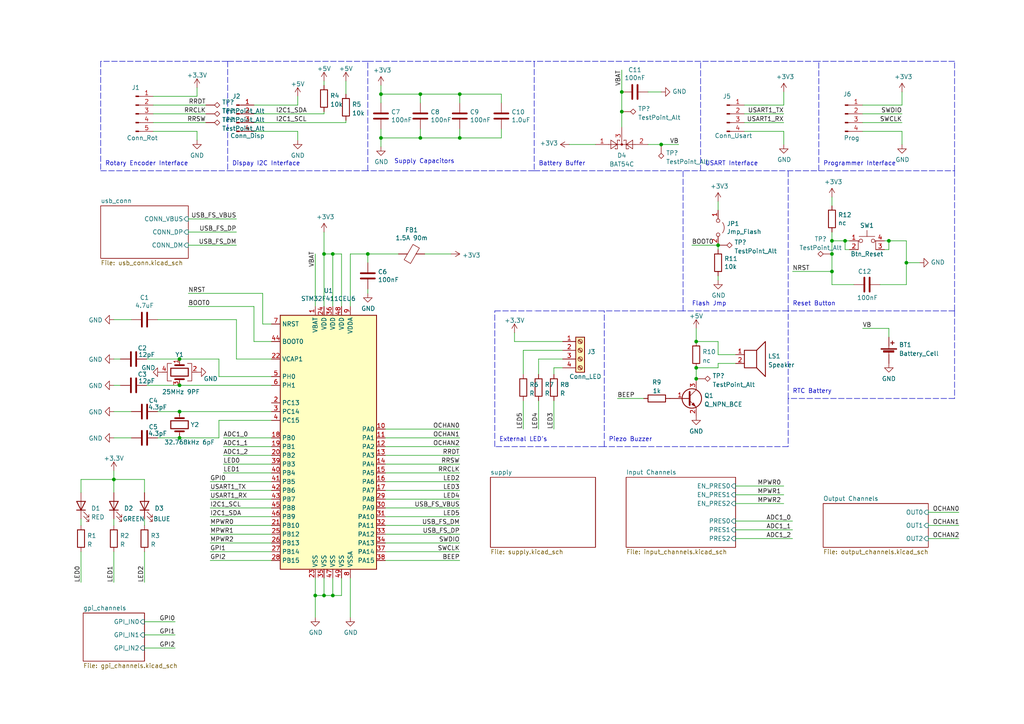
<source format=kicad_sch>
(kicad_sch (version 20211123) (generator eeschema)

  (uuid 949f679f-c6a9-4c5c-99c7-644ace536315)

  (paper "A4")

  (title_block
    (title "FloatPUMP Schematics")
    (date "2022-11-11")
    (rev "1.0")
    (company "robtor.de")
    (comment 1 "Controller board for up to 3 water pumps")
    (comment 2 "measuring capabilities with piezoresistive pressure sensors")
    (comment 3 "sensor input Range 4mA-20mA")
  )

  

  (junction (at 91.44 172.72) (diameter 0) (color 0 0 0 0)
    (uuid 0c1b88cb-a078-4181-b19e-b5625c47d08a)
  )
  (junction (at 96.52 73.66) (diameter 0) (color 0 0 0 0)
    (uuid 1b60fcfc-a270-4122-b967-c7c9c4b63403)
  )
  (junction (at 191.77 41.91) (diameter 0) (color 0 0 0 0)
    (uuid 1c5a68ea-fed7-43b9-a37a-435ca33d5ec4)
  )
  (junction (at 133.35 27.305) (diameter 0) (color 0 0 0 0)
    (uuid 2753d945-ace6-4480-9faf-9137856303ea)
  )
  (junction (at 121.92 40.005) (diameter 0) (color 0 0 0 0)
    (uuid 39d0e9d0-a702-4c04-bc3c-653ef4f0c50e)
  )
  (junction (at 241.3 73.66) (diameter 0) (color 0 0 0 0)
    (uuid 4cd454dd-343a-4999-b869-a7127a4d9978)
  )
  (junction (at 121.92 27.305) (diameter 0) (color 0 0 0 0)
    (uuid 4f94cfba-8412-4c60-a31b-e6d995934dc1)
  )
  (junction (at 96.52 172.72) (diameter 0) (color 0 0 0 0)
    (uuid 5793e5cf-aaeb-41cc-8318-bb2419c1b81f)
  )
  (junction (at 52.07 127) (diameter 0) (color 0 0 0 0)
    (uuid 5a70c532-5383-43bb-b441-21ca36bd2484)
  )
  (junction (at 110.49 40.005) (diameter 0) (color 0 0 0 0)
    (uuid 6f88fca4-4670-437c-9fd1-4ebd76593daa)
  )
  (junction (at 241.3 78.74) (diameter 0) (color 0 0 0 0)
    (uuid 70750f1a-6a6e-4571-87e8-e96d7814c66f)
  )
  (junction (at 201.93 109.855) (diameter 0) (color 0 0 0 0)
    (uuid 9036384e-eee5-4451-b7e7-87842d0d6fca)
  )
  (junction (at 262.89 76.2) (diameter 0) (color 0 0 0 0)
    (uuid 92a2589f-ae05-42af-aab0-9bfaaa2a73f1)
  )
  (junction (at 133.35 40.005) (diameter 0) (color 0 0 0 0)
    (uuid 9569d29f-17d3-40a7-b073-1b7eb9687b43)
  )
  (junction (at 52.07 104.14) (diameter 0) (color 0 0 0 0)
    (uuid 97bd1d07-8f04-442c-80ac-c95cf3f51efe)
  )
  (junction (at 257.81 69.85) (diameter 0) (color 0 0 0 0)
    (uuid 98714d00-b4b5-4379-b4b4-f6e552ad6c97)
  )
  (junction (at 52.07 119.38) (diameter 0) (color 0 0 0 0)
    (uuid a0900619-a580-41eb-9fbb-5149e9a28aef)
  )
  (junction (at 33.02 139.065) (diameter 0) (color 0 0 0 0)
    (uuid a4b63938-0a30-421e-a83e-07ee3a44f405)
  )
  (junction (at 52.07 111.76) (diameter 0) (color 0 0 0 0)
    (uuid a70dc485-cc49-4e1f-b1ec-eb9c56462344)
  )
  (junction (at 245.11 69.85) (diameter 0) (color 0 0 0 0)
    (uuid a783c51a-082f-4856-8a52-660298184bf2)
  )
  (junction (at 180.34 26.67) (diameter 0) (color 0 0 0 0)
    (uuid bf64b8d9-04f8-4bac-906b-3f89e12e5d32)
  )
  (junction (at 201.93 106.68) (diameter 0) (color 0 0 0 0)
    (uuid d85d001d-db06-423e-99e2-d2c9676bf6eb)
  )
  (junction (at 106.68 73.66) (diameter 0) (color 0 0 0 0)
    (uuid dbb72415-af02-4b41-adad-978e86e84f5e)
  )
  (junction (at 208.28 71.12) (diameter 0) (color 0 0 0 0)
    (uuid dc71b394-38ca-4c3c-a2a5-7ef7a670c49b)
  )
  (junction (at 110.49 27.305) (diameter 0) (color 0 0 0 0)
    (uuid dee204e1-3149-4bb4-b821-dbc11df06a18)
  )
  (junction (at 93.98 73.66) (diameter 0) (color 0 0 0 0)
    (uuid ebee7b2d-9f75-4529-9377-97f671d1e3dc)
  )
  (junction (at 201.93 99.06) (diameter 0) (color 0 0 0 0)
    (uuid ec8c2ca1-97d3-4d7c-af64-6cbbbe597d8b)
  )
  (junction (at 93.98 172.72) (diameter 0) (color 0 0 0 0)
    (uuid ed19ccea-cfd8-433f-8938-ca1dd302430c)
  )
  (junction (at 180.34 32.385) (diameter 0) (color 0 0 0 0)
    (uuid f486435c-c972-42e4-8219-35ab13b3a285)
  )
  (junction (at 241.3 69.85) (diameter 0) (color 0 0 0 0)
    (uuid f93f0caf-de38-451e-8ca0-f8175bc6663c)
  )

  (wire (pts (xy 64.77 129.54) (xy 78.74 129.54))
    (stroke (width 0) (type default) (color 0 0 0 0))
    (uuid 011b2a2a-a574-42b5-999f-7ed9d9776a43)
  )
  (polyline (pts (xy 175.26 129.54) (xy 175.26 90.17))
    (stroke (width 0) (type default) (color 0 0 0 0))
    (uuid 01d42531-06ff-458e-91d1-5b96d3f8b385)
  )

  (wire (pts (xy 38.1 119.38) (xy 33.02 119.38))
    (stroke (width 0) (type default) (color 0 0 0 0))
    (uuid 036a7d28-05ab-4651-ba1c-47fa1d863421)
  )
  (wire (pts (xy 73.66 99.06) (xy 73.66 88.9))
    (stroke (width 0) (type default) (color 0 0 0 0))
    (uuid 03a5e9df-cec7-4991-b6d5-c82d388e8d2e)
  )
  (wire (pts (xy 255.27 82.55) (xy 262.89 82.55))
    (stroke (width 0) (type default) (color 0 0 0 0))
    (uuid 062011a8-2b6e-42bc-aa5b-790abf63d348)
  )
  (wire (pts (xy 99.06 73.66) (xy 96.52 73.66))
    (stroke (width 0) (type default) (color 0 0 0 0))
    (uuid 06a42763-2f97-4419-84a6-ef6ea2a60fb4)
  )
  (wire (pts (xy 121.92 27.305) (xy 121.92 29.845))
    (stroke (width 0) (type default) (color 0 0 0 0))
    (uuid 08d4cfaf-b332-40f7-973c-66684e7a54a3)
  )
  (wire (pts (xy 110.49 27.305) (xy 110.49 29.845))
    (stroke (width 0) (type default) (color 0 0 0 0))
    (uuid 0a637dc5-5627-4329-935c-c4f041de6385)
  )
  (wire (pts (xy 93.98 33.02) (xy 93.98 32.385))
    (stroke (width 0) (type default) (color 0 0 0 0))
    (uuid 0bd2a9c0-96d6-44df-80fd-f97264a8b783)
  )
  (wire (pts (xy 52.07 104.14) (xy 42.545 104.14))
    (stroke (width 0) (type default) (color 0 0 0 0))
    (uuid 0c6fff14-bb97-4dc3-9f20-62bec77994c6)
  )
  (wire (pts (xy 78.74 119.38) (xy 52.07 119.38))
    (stroke (width 0) (type default) (color 0 0 0 0))
    (uuid 0e162795-22a7-4501-b03f-b283bb5650d9)
  )
  (wire (pts (xy 201.93 109.855) (xy 201.93 110.49))
    (stroke (width 0) (type default) (color 0 0 0 0))
    (uuid 0f47fb04-026a-4afa-9bfe-15f03def5d6b)
  )
  (wire (pts (xy 149.225 99.06) (xy 163.195 99.06))
    (stroke (width 0) (type default) (color 0 0 0 0))
    (uuid 126099d8-8b2d-4e87-990f-1fb99894d4b1)
  )
  (polyline (pts (xy 106.68 49.53) (xy 106.68 17.78))
    (stroke (width 0) (type default) (color 0 0 0 0))
    (uuid 14d3863a-1c03-4d48-a032-61ae3a0ad5c1)
  )

  (wire (pts (xy 78.74 132.08) (xy 64.77 132.08))
    (stroke (width 0) (type default) (color 0 0 0 0))
    (uuid 152be6bd-f8d6-47e9-9b6b-09485d01579b)
  )
  (wire (pts (xy 93.98 172.72) (xy 91.44 172.72))
    (stroke (width 0) (type default) (color 0 0 0 0))
    (uuid 16e9575c-a847-468f-810e-95497dadeb97)
  )
  (polyline (pts (xy 228.6 115.57) (xy 228.6 129.54))
    (stroke (width 0) (type default) (color 0 0 0 0))
    (uuid 17487b2e-2390-4106-a427-c6c54336dd3f)
  )
  (polyline (pts (xy 228.6 90.17) (xy 198.12 90.17))
    (stroke (width 0) (type default) (color 0 0 0 0))
    (uuid 191311d6-5bf7-47a9-ae1e-6b521cf3ea32)
  )

  (wire (pts (xy 60.96 149.86) (xy 78.74 149.86))
    (stroke (width 0) (type default) (color 0 0 0 0))
    (uuid 196b514b-b3f6-4344-904e-bca015040e93)
  )
  (wire (pts (xy 106.68 83.82) (xy 106.68 85.09))
    (stroke (width 0) (type default) (color 0 0 0 0))
    (uuid 1a8290e9-c445-4b51-b8b0-45fcbf671219)
  )
  (wire (pts (xy 41.91 142.875) (xy 41.91 139.065))
    (stroke (width 0) (type default) (color 0 0 0 0))
    (uuid 1ad7936f-a45d-43a3-8729-3f6ad34b3bbe)
  )
  (wire (pts (xy 208.28 80.01) (xy 208.28 81.28))
    (stroke (width 0) (type default) (color 0 0 0 0))
    (uuid 1b373a0f-a405-4f7c-be0d-0a515d48b205)
  )
  (wire (pts (xy 111.76 127) (xy 133.35 127))
    (stroke (width 0) (type default) (color 0 0 0 0))
    (uuid 1dc46e87-a953-4f20-a4d4-4ecede78d2eb)
  )
  (wire (pts (xy 111.76 157.48) (xy 133.35 157.48))
    (stroke (width 0) (type default) (color 0 0 0 0))
    (uuid 1dd42d41-b809-42ae-b6a5-91ce0f5409f7)
  )
  (wire (pts (xy 100.33 23.495) (xy 100.33 27.305))
    (stroke (width 0) (type default) (color 0 0 0 0))
    (uuid 1e65348d-0394-491b-9696-4c8b7499f309)
  )
  (wire (pts (xy 215.9 35.56) (xy 227.33 35.56))
    (stroke (width 0) (type default) (color 0 0 0 0))
    (uuid 1f4d482a-d80d-48b4-a443-e0ca391c4f86)
  )
  (wire (pts (xy 241.3 69.85) (xy 241.3 73.66))
    (stroke (width 0) (type default) (color 0 0 0 0))
    (uuid 22a0b2d5-d975-4c12-bf03-7470074fed54)
  )
  (wire (pts (xy 96.52 167.64) (xy 96.52 172.72))
    (stroke (width 0) (type default) (color 0 0 0 0))
    (uuid 22f22dbe-16ed-4088-a875-5700f66d16da)
  )
  (wire (pts (xy 241.3 78.74) (xy 229.87 78.74))
    (stroke (width 0) (type default) (color 0 0 0 0))
    (uuid 2400f930-cf6d-41a8-baef-3048725f3a5b)
  )
  (wire (pts (xy 208.28 99.06) (xy 208.28 102.87))
    (stroke (width 0) (type default) (color 0 0 0 0))
    (uuid 268b38a4-5791-4865-b036-a0203f8e626d)
  )
  (wire (pts (xy 163.195 101.6) (xy 151.765 101.6))
    (stroke (width 0) (type default) (color 0 0 0 0))
    (uuid 27394eba-9cc1-4464-8a20-cc6a5fec851e)
  )
  (wire (pts (xy 133.35 40.005) (xy 145.415 40.005))
    (stroke (width 0) (type default) (color 0 0 0 0))
    (uuid 29120252-d73c-4a5c-b87f-011abc045fcf)
  )
  (wire (pts (xy 44.45 27.94) (xy 57.15 27.94))
    (stroke (width 0) (type default) (color 0 0 0 0))
    (uuid 2a745fcb-09cd-409b-a911-81fd22f368af)
  )
  (wire (pts (xy 41.91 187.96) (xy 50.8 187.96))
    (stroke (width 0) (type default) (color 0 0 0 0))
    (uuid 2abcf069-19de-44b8-a6b8-4d5ee2f7d656)
  )
  (wire (pts (xy 256.54 72.39) (xy 257.81 72.39))
    (stroke (width 0) (type default) (color 0 0 0 0))
    (uuid 2d1e4280-a040-4477-a027-a20dfcfdced1)
  )
  (wire (pts (xy 111.76 160.02) (xy 133.35 160.02))
    (stroke (width 0) (type default) (color 0 0 0 0))
    (uuid 2e15e8aa-7905-4170-bb81-958c9c2c74db)
  )
  (wire (pts (xy 52.07 111.76) (xy 42.545 111.76))
    (stroke (width 0) (type default) (color 0 0 0 0))
    (uuid 2e2ea9dc-2e78-48b2-a918-779655a2f4bb)
  )
  (wire (pts (xy 111.76 147.32) (xy 133.35 147.32))
    (stroke (width 0) (type default) (color 0 0 0 0))
    (uuid 2e4f3627-f43e-4331-8ab0-f5d657fd4ada)
  )
  (polyline (pts (xy 66.04 17.78) (xy 29.21 17.78))
    (stroke (width 0) (type default) (color 0 0 0 0))
    (uuid 2e6a35eb-6636-4c39-9b2b-0859e1c94ec8)
  )
  (polyline (pts (xy 66.04 49.53) (xy 106.68 49.53))
    (stroke (width 0) (type default) (color 0 0 0 0))
    (uuid 3010d011-eabc-4cec-b667-b7b1111e3ea0)
  )

  (wire (pts (xy 250.19 33.02) (xy 261.62 33.02))
    (stroke (width 0) (type default) (color 0 0 0 0))
    (uuid 30260a6a-a0b0-4b42-95c3-26be610ecc3e)
  )
  (wire (pts (xy 156.21 116.205) (xy 156.21 124.46))
    (stroke (width 0) (type default) (color 0 0 0 0))
    (uuid 303ae7a7-4a06-4b35-a5ee-99b6d0ccce36)
  )
  (wire (pts (xy 33.02 111.76) (xy 34.925 111.76))
    (stroke (width 0) (type default) (color 0 0 0 0))
    (uuid 30c2d75b-0aa4-4c8b-abd3-15a8940150c1)
  )
  (wire (pts (xy 23.495 142.875) (xy 23.495 139.065))
    (stroke (width 0) (type default) (color 0 0 0 0))
    (uuid 30c6d872-e47d-4ced-8e4c-2dd7b663d734)
  )
  (wire (pts (xy 133.35 27.305) (xy 121.92 27.305))
    (stroke (width 0) (type default) (color 0 0 0 0))
    (uuid 31ddafb9-61de-4674-b559-9e8bd04c8807)
  )
  (wire (pts (xy 201.93 99.06) (xy 208.28 99.06))
    (stroke (width 0) (type default) (color 0 0 0 0))
    (uuid 32a972fc-0c88-44e2-804d-656cd9a1d817)
  )
  (polyline (pts (xy 154.94 49.53) (xy 106.68 49.53))
    (stroke (width 0) (type default) (color 0 0 0 0))
    (uuid 32b4cc52-0f7d-4657-a812-f0ec32bb962f)
  )

  (wire (pts (xy 133.35 37.465) (xy 133.35 40.005))
    (stroke (width 0) (type default) (color 0 0 0 0))
    (uuid 339df927-10f1-44cb-aa5f-82bfd46240c7)
  )
  (wire (pts (xy 78.74 144.78) (xy 60.96 144.78))
    (stroke (width 0) (type default) (color 0 0 0 0))
    (uuid 35e191e7-0681-4caa-ab56-bca67244817b)
  )
  (polyline (pts (xy 143.51 90.17) (xy 154.94 90.17))
    (stroke (width 0) (type default) (color 0 0 0 0))
    (uuid 361b2945-3ddb-479e-87ba-da3a8981f58f)
  )

  (wire (pts (xy 78.74 139.7) (xy 60.96 139.7))
    (stroke (width 0) (type default) (color 0 0 0 0))
    (uuid 375fb2af-999a-47fb-b314-c5ed0dda8fca)
  )
  (wire (pts (xy 123.19 73.66) (xy 130.81 73.66))
    (stroke (width 0) (type default) (color 0 0 0 0))
    (uuid 398e575e-ffcc-47d3-99bb-d2398359704a)
  )
  (wire (pts (xy 160.655 106.68) (xy 160.655 108.585))
    (stroke (width 0) (type default) (color 0 0 0 0))
    (uuid 3a1fc013-e799-4688-ae20-2bbf502da68b)
  )
  (wire (pts (xy 246.38 72.39) (xy 245.11 72.39))
    (stroke (width 0) (type default) (color 0 0 0 0))
    (uuid 3a2c26a3-70bf-4ff7-a25f-6ff112d26092)
  )
  (wire (pts (xy 250.19 30.48) (xy 261.62 30.48))
    (stroke (width 0) (type default) (color 0 0 0 0))
    (uuid 3a77ad2c-5616-4b44-93df-e454912b8b77)
  )
  (wire (pts (xy 111.76 124.46) (xy 133.35 124.46))
    (stroke (width 0) (type default) (color 0 0 0 0))
    (uuid 3bb1b200-9bd3-4ca2-a3fe-ceac65ba2f22)
  )
  (wire (pts (xy 151.765 116.205) (xy 151.765 124.46))
    (stroke (width 0) (type default) (color 0 0 0 0))
    (uuid 3c68ad2c-9010-4ef7-bedd-f009382cb08f)
  )
  (wire (pts (xy 257.81 69.85) (xy 262.89 69.85))
    (stroke (width 0) (type default) (color 0 0 0 0))
    (uuid 3e13f1dc-d2b3-4f0a-8b6b-f58d1a30c831)
  )
  (wire (pts (xy 250.19 95.25) (xy 257.81 95.25))
    (stroke (width 0) (type default) (color 0 0 0 0))
    (uuid 3eff4e29-2225-4c7e-8279-6d6efa2d67e4)
  )
  (wire (pts (xy 247.65 82.55) (xy 241.3 82.55))
    (stroke (width 0) (type default) (color 0 0 0 0))
    (uuid 3f407738-52f9-487e-96ff-574567b43890)
  )
  (wire (pts (xy 45.72 92.71) (xy 68.58 92.71))
    (stroke (width 0) (type default) (color 0 0 0 0))
    (uuid 400b7b23-e399-48ba-af02-3f8bdfca3c55)
  )
  (wire (pts (xy 111.76 129.54) (xy 133.35 129.54))
    (stroke (width 0) (type default) (color 0 0 0 0))
    (uuid 4015be1a-c6e1-42db-af6f-c161f489ea1f)
  )
  (wire (pts (xy 33.02 160.02) (xy 33.02 168.91))
    (stroke (width 0) (type default) (color 0 0 0 0))
    (uuid 4118162d-0e05-4908-9a1f-c7016575bccb)
  )
  (polyline (pts (xy 29.21 17.78) (xy 29.21 49.53))
    (stroke (width 0) (type default) (color 0 0 0 0))
    (uuid 41b6e1ba-5c99-4fd7-9c65-c4fb07c70188)
  )

  (wire (pts (xy 191.77 41.91) (xy 196.85 41.91))
    (stroke (width 0) (type default) (color 0 0 0 0))
    (uuid 424267dd-6303-4018-aae0-34d62814fcba)
  )
  (wire (pts (xy 99.06 167.64) (xy 99.06 172.72))
    (stroke (width 0) (type default) (color 0 0 0 0))
    (uuid 424d7750-ddcd-4f41-93ea-a6761834f91c)
  )
  (wire (pts (xy 213.36 140.97) (xy 227.33 140.97))
    (stroke (width 0) (type default) (color 0 0 0 0))
    (uuid 438c390e-2817-4262-9bb8-264a62f66854)
  )
  (wire (pts (xy 111.76 137.16) (xy 133.35 137.16))
    (stroke (width 0) (type default) (color 0 0 0 0))
    (uuid 4390a55c-a8f9-4caf-a838-233bb3ce27aa)
  )
  (wire (pts (xy 241.3 73.66) (xy 241.3 78.74))
    (stroke (width 0) (type default) (color 0 0 0 0))
    (uuid 43951137-b2ae-4c0a-b786-c0130baa43cf)
  )
  (wire (pts (xy 68.58 104.14) (xy 78.74 104.14))
    (stroke (width 0) (type default) (color 0 0 0 0))
    (uuid 43c49596-4b82-4ee2-b1be-2aafb6486920)
  )
  (wire (pts (xy 96.52 88.9) (xy 96.52 73.66))
    (stroke (width 0) (type default) (color 0 0 0 0))
    (uuid 4444fd17-a409-4254-92e6-9a69f5880d89)
  )
  (wire (pts (xy 180.34 26.67) (xy 180.34 20.32))
    (stroke (width 0) (type default) (color 0 0 0 0))
    (uuid 44ca684d-985e-45fb-a22b-01e29383cba4)
  )
  (wire (pts (xy 269.24 152.4) (xy 278.13 152.4))
    (stroke (width 0) (type default) (color 0 0 0 0))
    (uuid 44f02c76-ffc0-47e0-9779-2d79a58ff9cf)
  )
  (wire (pts (xy 208.28 58.42) (xy 208.28 60.96))
    (stroke (width 0) (type default) (color 0 0 0 0))
    (uuid 45f77cbe-76c9-4770-945d-6ce9f436791e)
  )
  (polyline (pts (xy 276.86 49.53) (xy 276.86 17.78))
    (stroke (width 0) (type default) (color 0 0 0 0))
    (uuid 4738ad5c-de7a-450c-a864-83a693566efb)
  )
  (polyline (pts (xy 154.94 49.53) (xy 203.2 49.53))
    (stroke (width 0) (type default) (color 0 0 0 0))
    (uuid 4cf2a8ea-f147-45e1-b905-8e01e3488a54)
  )

  (wire (pts (xy 52.07 119.38) (xy 45.72 119.38))
    (stroke (width 0) (type default) (color 0 0 0 0))
    (uuid 4d42688d-59c9-41ed-af68-2d906566e68c)
  )
  (wire (pts (xy 23.495 160.02) (xy 23.495 168.91))
    (stroke (width 0) (type default) (color 0 0 0 0))
    (uuid 4d4de7d2-6a8b-425f-a4ad-2111507b5618)
  )
  (wire (pts (xy 208.28 71.12) (xy 200.66 71.12))
    (stroke (width 0) (type default) (color 0 0 0 0))
    (uuid 4d79ec2b-2fc9-4ba1-b93a-d630912470a0)
  )
  (wire (pts (xy 34.925 104.14) (xy 33.02 104.14))
    (stroke (width 0) (type default) (color 0 0 0 0))
    (uuid 4e0ac502-331a-4340-82b9-dd8d8cee49d0)
  )
  (wire (pts (xy 227.33 38.1) (xy 227.33 41.91))
    (stroke (width 0) (type default) (color 0 0 0 0))
    (uuid 4fddd78f-1b0d-4365-b740-2df7595c3522)
  )
  (wire (pts (xy 156.21 104.14) (xy 156.21 108.585))
    (stroke (width 0) (type default) (color 0 0 0 0))
    (uuid 505d5465-5d3c-4c20-a903-bb9f0614c27d)
  )
  (wire (pts (xy 111.76 142.24) (xy 133.35 142.24))
    (stroke (width 0) (type default) (color 0 0 0 0))
    (uuid 507dbcec-13ef-491c-9e13-750ae5d08786)
  )
  (polyline (pts (xy 175.26 129.54) (xy 143.51 129.54))
    (stroke (width 0) (type default) (color 0 0 0 0))
    (uuid 51bbc616-36a1-464c-9200-0d0c8edfe960)
  )

  (wire (pts (xy 64.77 137.16) (xy 78.74 137.16))
    (stroke (width 0) (type default) (color 0 0 0 0))
    (uuid 51d162f7-2e8a-4bc7-88c1-e6c065d4b161)
  )
  (polyline (pts (xy 106.68 17.78) (xy 154.94 17.78))
    (stroke (width 0) (type default) (color 0 0 0 0))
    (uuid 55438888-edf4-4cf0-83da-f060d3938df2)
  )

  (wire (pts (xy 262.89 69.85) (xy 262.89 76.2))
    (stroke (width 0) (type default) (color 0 0 0 0))
    (uuid 55587dc1-052d-440c-a761-29091bbb6f2b)
  )
  (wire (pts (xy 163.195 106.68) (xy 160.655 106.68))
    (stroke (width 0) (type default) (color 0 0 0 0))
    (uuid 56073852-e094-44c0-abb8-63498ed962c1)
  )
  (wire (pts (xy 213.36 151.13) (xy 229.87 151.13))
    (stroke (width 0) (type default) (color 0 0 0 0))
    (uuid 5651f317-a2b7-4f02-bafd-3ed49b106af9)
  )
  (wire (pts (xy 111.76 134.62) (xy 133.35 134.62))
    (stroke (width 0) (type default) (color 0 0 0 0))
    (uuid 5675cbe2-6193-4193-a086-51fe846aeda2)
  )
  (wire (pts (xy 145.415 37.465) (xy 145.415 40.005))
    (stroke (width 0) (type default) (color 0 0 0 0))
    (uuid 57dab67d-73b5-4fcb-901b-a69051e35364)
  )
  (wire (pts (xy 76.2 93.98) (xy 76.2 85.09))
    (stroke (width 0) (type default) (color 0 0 0 0))
    (uuid 57fd891c-135f-4c54-af0d-9ea73edf736e)
  )
  (wire (pts (xy 227.33 30.48) (xy 227.33 26.67))
    (stroke (width 0) (type default) (color 0 0 0 0))
    (uuid 58170f19-2867-4e92-aef8-b013ab60ff8b)
  )
  (wire (pts (xy 241.3 57.15) (xy 241.3 59.69))
    (stroke (width 0) (type default) (color 0 0 0 0))
    (uuid 58a18d69-fc34-46c3-b57c-2e4d5b6313a2)
  )
  (wire (pts (xy 151.765 101.6) (xy 151.765 108.585))
    (stroke (width 0) (type default) (color 0 0 0 0))
    (uuid 5ab5fc39-d119-4939-b187-6241bdd9350c)
  )
  (polyline (pts (xy 106.68 17.78) (xy 66.04 17.78))
    (stroke (width 0) (type default) (color 0 0 0 0))
    (uuid 5be033f5-9678-4b75-be3b-55853d81c4f8)
  )

  (wire (pts (xy 121.92 27.305) (xy 110.49 27.305))
    (stroke (width 0) (type default) (color 0 0 0 0))
    (uuid 5c2af2de-18cd-439f-b9b8-856093f4e3ac)
  )
  (wire (pts (xy 241.3 78.74) (xy 241.3 82.55))
    (stroke (width 0) (type default) (color 0 0 0 0))
    (uuid 5d9a5990-dcf8-486e-bfb6-30d6c0b34192)
  )
  (wire (pts (xy 63.5 104.14) (xy 52.07 104.14))
    (stroke (width 0) (type default) (color 0 0 0 0))
    (uuid 5e1d9c1f-58d3-41cd-9eb4-fb2ae3a4b10c)
  )
  (wire (pts (xy 215.9 30.48) (xy 227.33 30.48))
    (stroke (width 0) (type default) (color 0 0 0 0))
    (uuid 5e2838cc-acd7-4c51-bc18-f5f97bf524d9)
  )
  (polyline (pts (xy 29.21 49.53) (xy 66.04 49.53))
    (stroke (width 0) (type default) (color 0 0 0 0))
    (uuid 5fe5e54d-1eb6-4f0a-a978-61e0039cfbf1)
  )

  (wire (pts (xy 63.5 109.22) (xy 63.5 104.14))
    (stroke (width 0) (type default) (color 0 0 0 0))
    (uuid 613967c9-6a2a-45ae-bf78-98e4612f5d55)
  )
  (wire (pts (xy 101.6 88.9) (xy 101.6 73.66))
    (stroke (width 0) (type default) (color 0 0 0 0))
    (uuid 618c3501-0e3a-49e5-8b16-1ffee4adee40)
  )
  (wire (pts (xy 213.36 156.21) (xy 229.87 156.21))
    (stroke (width 0) (type default) (color 0 0 0 0))
    (uuid 62b8cb17-877a-45b0-821a-c147661d06ec)
  )
  (wire (pts (xy 241.3 69.85) (xy 245.11 69.85))
    (stroke (width 0) (type default) (color 0 0 0 0))
    (uuid 62d616c4-a645-4785-83f4-e7b9176541bd)
  )
  (wire (pts (xy 262.89 76.2) (xy 266.7 76.2))
    (stroke (width 0) (type default) (color 0 0 0 0))
    (uuid 63c78302-c24d-424c-9283-52ae93200987)
  )
  (wire (pts (xy 63.5 121.92) (xy 63.5 127))
    (stroke (width 0) (type default) (color 0 0 0 0))
    (uuid 65a211f6-d005-41c5-aeb4-31d7e06acfc2)
  )
  (wire (pts (xy 64.77 134.62) (xy 78.74 134.62))
    (stroke (width 0) (type default) (color 0 0 0 0))
    (uuid 68877676-f185-4ce5-994a-3e7cd8c4b619)
  )
  (wire (pts (xy 111.76 152.4) (xy 133.35 152.4))
    (stroke (width 0) (type default) (color 0 0 0 0))
    (uuid 69502565-c8b7-43eb-99e0-3580594b1098)
  )
  (wire (pts (xy 201.93 106.68) (xy 201.93 109.855))
    (stroke (width 0) (type default) (color 0 0 0 0))
    (uuid 69ab2ff6-8d0a-4e41-8e1a-1caf0870f3b7)
  )
  (wire (pts (xy 201.93 95.25) (xy 201.93 99.06))
    (stroke (width 0) (type default) (color 0 0 0 0))
    (uuid 6c7d8008-17da-4be5-b57e-dfb877a7ef32)
  )
  (wire (pts (xy 121.92 37.465) (xy 121.92 40.005))
    (stroke (width 0) (type default) (color 0 0 0 0))
    (uuid 6ce9cb44-7b50-4bf3-98c7-6ca59e7305b2)
  )
  (wire (pts (xy 145.415 29.845) (xy 145.415 27.305))
    (stroke (width 0) (type default) (color 0 0 0 0))
    (uuid 6dd36aa5-6a60-4752-8a21-1772effb9f07)
  )
  (polyline (pts (xy 276.86 17.78) (xy 237.49 17.78))
    (stroke (width 0) (type default) (color 0 0 0 0))
    (uuid 6fd2b7a8-9e41-4aa1-88b4-f9ee307d1b4b)
  )

  (wire (pts (xy 78.74 111.76) (xy 52.07 111.76))
    (stroke (width 0) (type default) (color 0 0 0 0))
    (uuid 715db6a8-aaa0-46b4-addd-972ee71b75dc)
  )
  (wire (pts (xy 110.49 37.465) (xy 110.49 40.005))
    (stroke (width 0) (type default) (color 0 0 0 0))
    (uuid 71b00c47-caef-48f6-91be-7f1855a1e2c0)
  )
  (wire (pts (xy 111.76 132.08) (xy 133.35 132.08))
    (stroke (width 0) (type default) (color 0 0 0 0))
    (uuid 72cc00e4-7e53-46d8-858f-e435f5b37f05)
  )
  (wire (pts (xy 201.93 106.68) (xy 208.28 106.68))
    (stroke (width 0) (type default) (color 0 0 0 0))
    (uuid 743fef08-4881-4afb-adde-ee5bd2198117)
  )
  (wire (pts (xy 241.3 67.31) (xy 241.3 69.85))
    (stroke (width 0) (type default) (color 0 0 0 0))
    (uuid 748c549b-7c57-462b-9f39-c28eb0045225)
  )
  (wire (pts (xy 215.9 38.1) (xy 227.33 38.1))
    (stroke (width 0) (type default) (color 0 0 0 0))
    (uuid 74d4a3c7-cc41-4e0e-b616-9fc3c358b2ae)
  )
  (wire (pts (xy 121.92 40.005) (xy 110.49 40.005))
    (stroke (width 0) (type default) (color 0 0 0 0))
    (uuid 752a7bdc-59a7-4a9e-ae9b-a35465dc8e0c)
  )
  (wire (pts (xy 93.98 88.9) (xy 93.98 73.66))
    (stroke (width 0) (type default) (color 0 0 0 0))
    (uuid 75594c3c-e55b-4454-809c-0a72aa43af83)
  )
  (wire (pts (xy 213.36 153.67) (xy 229.87 153.67))
    (stroke (width 0) (type default) (color 0 0 0 0))
    (uuid 769aead0-25d0-4594-84cb-d6b74ceb8cd8)
  )
  (wire (pts (xy 23.495 139.065) (xy 33.02 139.065))
    (stroke (width 0) (type default) (color 0 0 0 0))
    (uuid 78ce4bcf-16dc-4d77-99b5-ce1b3e6d1d63)
  )
  (wire (pts (xy 261.62 30.48) (xy 261.62 26.67))
    (stroke (width 0) (type default) (color 0 0 0 0))
    (uuid 78f1b9a8-ca0e-4e8c-91b8-a46bcfebec64)
  )
  (wire (pts (xy 73.66 88.9) (xy 54.61 88.9))
    (stroke (width 0) (type default) (color 0 0 0 0))
    (uuid 7c20a18a-318c-4e79-afcf-a3e87eb69a53)
  )
  (wire (pts (xy 99.06 172.72) (xy 96.52 172.72))
    (stroke (width 0) (type default) (color 0 0 0 0))
    (uuid 7ee436ac-423d-4d29-90ad-39fdc300fae0)
  )
  (wire (pts (xy 68.58 92.71) (xy 68.58 104.14))
    (stroke (width 0) (type default) (color 0 0 0 0))
    (uuid 837370a5-1290-49d7-96e4-d4c2412ac873)
  )
  (wire (pts (xy 96.52 172.72) (xy 93.98 172.72))
    (stroke (width 0) (type default) (color 0 0 0 0))
    (uuid 84a2320f-8ad9-4501-8628-7ca6e418f956)
  )
  (wire (pts (xy 179.07 115.57) (xy 186.69 115.57))
    (stroke (width 0) (type default) (color 0 0 0 0))
    (uuid 87cf9f49-2322-4621-91eb-11035c4cedf8)
  )
  (wire (pts (xy 133.35 40.005) (xy 121.92 40.005))
    (stroke (width 0) (type default) (color 0 0 0 0))
    (uuid 88c7d4ef-4a81-4ff0-8236-354227632382)
  )
  (wire (pts (xy 160.655 116.205) (xy 160.655 124.46))
    (stroke (width 0) (type default) (color 0 0 0 0))
    (uuid 8afd873f-9a06-4b39-ab04-49f0059f061b)
  )
  (wire (pts (xy 41.91 184.15) (xy 50.8 184.15))
    (stroke (width 0) (type default) (color 0 0 0 0))
    (uuid 8b4e071f-9509-4780-a465-03d34bc67608)
  )
  (wire (pts (xy 78.74 109.22) (xy 63.5 109.22))
    (stroke (width 0) (type default) (color 0 0 0 0))
    (uuid 8b558919-c46d-47f8-bf42-0c0ee86f63f0)
  )
  (wire (pts (xy 111.76 139.7) (xy 133.35 139.7))
    (stroke (width 0) (type default) (color 0 0 0 0))
    (uuid 8bf90929-6d2d-4a79-b1a1-138fa542533a)
  )
  (polyline (pts (xy 154.94 17.78) (xy 154.94 49.53))
    (stroke (width 0) (type default) (color 0 0 0 0))
    (uuid 8d77d4ce-5809-4e16-9db8-9d8672ed5276)
  )

  (wire (pts (xy 73.66 38.1) (xy 86.36 38.1))
    (stroke (width 0) (type default) (color 0 0 0 0))
    (uuid 8d858d92-08ba-438f-a480-02393eb30c20)
  )
  (wire (pts (xy 245.11 72.39) (xy 245.11 69.85))
    (stroke (width 0) (type default) (color 0 0 0 0))
    (uuid 8e9c4a43-8462-408b-bdf7-8c2daf48a9a0)
  )
  (polyline (pts (xy 237.49 17.78) (xy 203.2 17.78))
    (stroke (width 0) (type default) (color 0 0 0 0))
    (uuid 8f2ebcdd-5322-432c-8de8-6f6fa3726577)
  )

  (wire (pts (xy 86.36 38.1) (xy 86.36 40.64))
    (stroke (width 0) (type default) (color 0 0 0 0))
    (uuid 8f733a2c-4b86-4934-a2e4-283803e72b72)
  )
  (wire (pts (xy 91.44 172.72) (xy 91.44 167.64))
    (stroke (width 0) (type default) (color 0 0 0 0))
    (uuid 911ef457-a362-4278-aeb0-e20b4bb95f57)
  )
  (wire (pts (xy 76.2 85.09) (xy 54.61 85.09))
    (stroke (width 0) (type default) (color 0 0 0 0))
    (uuid 91e5eec5-ba86-4de8-8306-b82359e84f0b)
  )
  (wire (pts (xy 111.76 149.86) (xy 133.35 149.86))
    (stroke (width 0) (type default) (color 0 0 0 0))
    (uuid 93be490e-4a1a-433c-b296-e5201b30adb1)
  )
  (polyline (pts (xy 237.49 49.53) (xy 237.49 17.78))
    (stroke (width 0) (type default) (color 0 0 0 0))
    (uuid 95462dda-11ce-48d0-b7d6-002ca6ca715a)
  )

  (wire (pts (xy 78.74 154.94) (xy 60.96 154.94))
    (stroke (width 0) (type default) (color 0 0 0 0))
    (uuid 95c0b30a-014d-4809-9e39-76cfd21137e8)
  )
  (wire (pts (xy 44.45 33.02) (xy 59.69 33.02))
    (stroke (width 0) (type default) (color 0 0 0 0))
    (uuid 95d61b58-2fd5-43ab-bfd4-cc233f0800db)
  )
  (wire (pts (xy 269.24 156.21) (xy 278.13 156.21))
    (stroke (width 0) (type default) (color 0 0 0 0))
    (uuid 95fa23fd-11b6-43e1-a7ba-9d9bca32c40b)
  )
  (wire (pts (xy 38.1 92.71) (xy 33.02 92.71))
    (stroke (width 0) (type default) (color 0 0 0 0))
    (uuid 964c3381-2dfe-4f42-9493-7645015217dd)
  )
  (wire (pts (xy 33.02 127) (xy 38.1 127))
    (stroke (width 0) (type default) (color 0 0 0 0))
    (uuid 98d42198-ed3b-4bf0-8e91-cbf5646f19a6)
  )
  (wire (pts (xy 93.98 73.66) (xy 93.98 67.31))
    (stroke (width 0) (type default) (color 0 0 0 0))
    (uuid 990602b7-cde7-45dc-92b8-b9c7bf4dd7ac)
  )
  (wire (pts (xy 93.98 167.64) (xy 93.98 172.72))
    (stroke (width 0) (type default) (color 0 0 0 0))
    (uuid 99979f31-c85d-4c90-81ff-676e69fef161)
  )
  (wire (pts (xy 86.36 27.94) (xy 86.36 30.48))
    (stroke (width 0) (type default) (color 0 0 0 0))
    (uuid 9a8e5ffa-9aed-471c-a8e6-a636cf083f34)
  )
  (wire (pts (xy 106.68 76.2) (xy 106.68 73.66))
    (stroke (width 0) (type default) (color 0 0 0 0))
    (uuid 9b08aa48-fde9-4f0c-abdd-7ab3f00ef3e0)
  )
  (wire (pts (xy 149.225 96.52) (xy 149.225 99.06))
    (stroke (width 0) (type default) (color 0 0 0 0))
    (uuid 9b20bafc-d645-4d67-9a2c-e2d16646bed8)
  )
  (wire (pts (xy 78.74 162.56) (xy 60.96 162.56))
    (stroke (width 0) (type default) (color 0 0 0 0))
    (uuid 9b37b30a-3649-4363-8875-f3fb5ec17e65)
  )
  (wire (pts (xy 215.9 33.02) (xy 227.33 33.02))
    (stroke (width 0) (type default) (color 0 0 0 0))
    (uuid 9c1e6565-7a7a-4067-bbd0-872c0268b742)
  )
  (wire (pts (xy 163.195 104.14) (xy 156.21 104.14))
    (stroke (width 0) (type default) (color 0 0 0 0))
    (uuid 9cc9d3c8-ba88-40da-9425-3b87aa46e513)
  )
  (wire (pts (xy 133.35 29.845) (xy 133.35 27.305))
    (stroke (width 0) (type default) (color 0 0 0 0))
    (uuid 9d5e6a18-8b3a-47d4-b855-1b2ca215c734)
  )
  (polyline (pts (xy 198.12 90.17) (xy 198.12 49.53))
    (stroke (width 0) (type default) (color 0 0 0 0))
    (uuid 9ecc751b-0606-4a8f-9372-63a5cb28ad4e)
  )

  (wire (pts (xy 262.89 76.2) (xy 262.89 82.55))
    (stroke (width 0) (type default) (color 0 0 0 0))
    (uuid a05ced30-092c-475f-857c-28f2ada8a95d)
  )
  (polyline (pts (xy 276.86 49.53) (xy 276.86 90.17))
    (stroke (width 0) (type default) (color 0 0 0 0))
    (uuid a0735468-fe8c-4d1d-8469-a88cd0829ac1)
  )

  (wire (pts (xy 54.61 71.12) (xy 68.58 71.12))
    (stroke (width 0) (type default) (color 0 0 0 0))
    (uuid a2a8943b-bcd6-4326-88ce-86d550232544)
  )
  (wire (pts (xy 257.81 72.39) (xy 257.81 69.85))
    (stroke (width 0) (type default) (color 0 0 0 0))
    (uuid a39ab296-84d3-4532-bfd3-0d85d70b622d)
  )
  (wire (pts (xy 180.34 32.385) (xy 180.34 36.83))
    (stroke (width 0) (type default) (color 0 0 0 0))
    (uuid a6b1970e-7fb2-4104-ae0a-e27cd049864d)
  )
  (wire (pts (xy 78.74 93.98) (xy 76.2 93.98))
    (stroke (width 0) (type default) (color 0 0 0 0))
    (uuid a89c8429-59bb-42fc-bc75-babaaeef03d9)
  )
  (wire (pts (xy 257.81 97.79) (xy 257.81 95.25))
    (stroke (width 0) (type default) (color 0 0 0 0))
    (uuid a9a9a4b6-8a0f-441d-b901-b6be940df615)
  )
  (wire (pts (xy 73.66 30.48) (xy 86.36 30.48))
    (stroke (width 0) (type default) (color 0 0 0 0))
    (uuid aa3fb47d-c127-41e0-acc4-dce6b0c86d5f)
  )
  (wire (pts (xy 63.5 127) (xy 52.07 127))
    (stroke (width 0) (type default) (color 0 0 0 0))
    (uuid ab6d145b-8b2c-4b78-9fa4-d11fb96ed0e4)
  )
  (wire (pts (xy 57.15 38.1) (xy 57.15 40.64))
    (stroke (width 0) (type default) (color 0 0 0 0))
    (uuid adbff9ca-1914-4369-8ccd-4dec08f28a8e)
  )
  (polyline (pts (xy 228.6 90.17) (xy 228.6 49.53))
    (stroke (width 0) (type default) (color 0 0 0 0))
    (uuid add543ca-adad-4f14-9c6f-90093a2e4561)
  )

  (wire (pts (xy 100.33 35.56) (xy 100.33 34.925))
    (stroke (width 0) (type default) (color 0 0 0 0))
    (uuid ae573e88-cf0e-42aa-83ce-8bd94150ded4)
  )
  (wire (pts (xy 256.54 69.85) (xy 257.81 69.85))
    (stroke (width 0) (type default) (color 0 0 0 0))
    (uuid af6725f5-c846-41f8-b609-4d0d39f7a149)
  )
  (polyline (pts (xy 228.6 115.57) (xy 228.6 90.17))
    (stroke (width 0) (type default) (color 0 0 0 0))
    (uuid b0dad422-ee01-40cf-9bf3-b9abe86989a0)
  )

  (wire (pts (xy 250.19 35.56) (xy 261.62 35.56))
    (stroke (width 0) (type default) (color 0 0 0 0))
    (uuid b12b8d6d-075d-4ebe-8821-613f22e76050)
  )
  (wire (pts (xy 60.96 160.02) (xy 78.74 160.02))
    (stroke (width 0) (type default) (color 0 0 0 0))
    (uuid b27f8d6a-5c79-4388-b709-4ee534ab4242)
  )
  (polyline (pts (xy 198.12 90.17) (xy 154.94 90.17))
    (stroke (width 0) (type default) (color 0 0 0 0))
    (uuid b401eecd-f8bd-4e64-8d28-37b75cfe8ca1)
  )
  (polyline (pts (xy 276.86 90.17) (xy 228.6 90.17))
    (stroke (width 0) (type default) (color 0 0 0 0))
    (uuid b6056db1-1452-4b70-b01d-a7ba36c5259e)
  )

  (wire (pts (xy 111.76 154.94) (xy 133.35 154.94))
    (stroke (width 0) (type default) (color 0 0 0 0))
    (uuid b7bf21d8-635b-4ba8-931a-f395d90500b3)
  )
  (polyline (pts (xy 66.04 17.78) (xy 66.04 49.53))
    (stroke (width 0) (type default) (color 0 0 0 0))
    (uuid b8414c94-63de-4156-a96e-3fc44e986736)
  )
  (polyline (pts (xy 228.6 129.54) (xy 175.26 129.54))
    (stroke (width 0) (type default) (color 0 0 0 0))
    (uuid b94aeef8-cd3f-4340-9ae1-82d3bb739012)
  )

  (wire (pts (xy 91.44 88.9) (xy 91.44 73.66))
    (stroke (width 0) (type default) (color 0 0 0 0))
    (uuid bb1bb570-2a1a-4394-a465-3e3f93b04bc3)
  )
  (wire (pts (xy 96.52 73.66) (xy 93.98 73.66))
    (stroke (width 0) (type default) (color 0 0 0 0))
    (uuid bc1861f3-bc7f-47c2-9f68-a672fe4e27e5)
  )
  (wire (pts (xy 41.91 150.495) (xy 41.91 152.4))
    (stroke (width 0) (type default) (color 0 0 0 0))
    (uuid bc1cd474-ad2d-4d09-84b6-2427b03dddd2)
  )
  (wire (pts (xy 250.19 38.1) (xy 261.62 38.1))
    (stroke (width 0) (type default) (color 0 0 0 0))
    (uuid bc47ce52-222c-47cd-ad64-1775f2c90d97)
  )
  (wire (pts (xy 110.49 27.305) (xy 110.49 24.765))
    (stroke (width 0) (type default) (color 0 0 0 0))
    (uuid bc776d57-ec50-4332-bcea-30cfae22cb9c)
  )
  (wire (pts (xy 99.06 88.9) (xy 99.06 73.66))
    (stroke (width 0) (type default) (color 0 0 0 0))
    (uuid bcb24732-4854-4f1c-8c63-7ed38b9499fe)
  )
  (wire (pts (xy 208.28 72.39) (xy 208.28 71.12))
    (stroke (width 0) (type default) (color 0 0 0 0))
    (uuid bf9c2abc-32bf-4026-9f6c-082d75f3024c)
  )
  (wire (pts (xy 110.49 40.005) (xy 110.49 42.545))
    (stroke (width 0) (type default) (color 0 0 0 0))
    (uuid c138df99-414c-43c1-acb2-f07d1bf70c11)
  )
  (polyline (pts (xy 203.2 49.53) (xy 237.49 49.53))
    (stroke (width 0) (type default) (color 0 0 0 0))
    (uuid c6af4135-16c4-4238-ad8c-249231c54888)
  )

  (wire (pts (xy 111.76 162.56) (xy 133.35 162.56))
    (stroke (width 0) (type default) (color 0 0 0 0))
    (uuid c711a49a-c2e7-4fe7-a5e9-375f5e64d2bc)
  )
  (wire (pts (xy 44.45 38.1) (xy 57.15 38.1))
    (stroke (width 0) (type default) (color 0 0 0 0))
    (uuid c80e5648-60ca-4a95-816c-f49b2f0a5777)
  )
  (wire (pts (xy 93.98 23.495) (xy 93.98 24.765))
    (stroke (width 0) (type default) (color 0 0 0 0))
    (uuid c84aefb8-9f08-4261-8cba-cacf291e197d)
  )
  (wire (pts (xy 261.62 38.1) (xy 261.62 41.91))
    (stroke (width 0) (type default) (color 0 0 0 0))
    (uuid cb14be23-ab98-48c6-9abc-b932f63964a4)
  )
  (wire (pts (xy 60.96 142.24) (xy 78.74 142.24))
    (stroke (width 0) (type default) (color 0 0 0 0))
    (uuid cb7bc55a-2323-48ce-92b6-125d73a762b3)
  )
  (wire (pts (xy 245.11 69.85) (xy 246.38 69.85))
    (stroke (width 0) (type default) (color 0 0 0 0))
    (uuid cc93f1d6-860e-443d-aa02-aa2032dcb0dc)
  )
  (wire (pts (xy 91.44 172.72) (xy 91.44 179.07))
    (stroke (width 0) (type default) (color 0 0 0 0))
    (uuid ccc4c377-89ee-44c7-a202-6503eff25fe6)
  )
  (wire (pts (xy 78.74 121.92) (xy 63.5 121.92))
    (stroke (width 0) (type default) (color 0 0 0 0))
    (uuid ce45bb24-479d-4683-aa67-755497195e70)
  )
  (wire (pts (xy 78.74 99.06) (xy 73.66 99.06))
    (stroke (width 0) (type default) (color 0 0 0 0))
    (uuid ce5a1aac-236e-4abf-b1fe-601a38c49f71)
  )
  (wire (pts (xy 213.36 143.51) (xy 227.33 143.51))
    (stroke (width 0) (type default) (color 0 0 0 0))
    (uuid cea0e747-bc0d-4ecc-afdd-051936aac5b3)
  )
  (wire (pts (xy 78.74 127) (xy 64.77 127))
    (stroke (width 0) (type default) (color 0 0 0 0))
    (uuid d0ce3aee-e805-4c59-8762-90f34d751749)
  )
  (wire (pts (xy 33.02 139.065) (xy 33.02 142.875))
    (stroke (width 0) (type default) (color 0 0 0 0))
    (uuid d173243c-9836-4450-b9b9-8164a87447dc)
  )
  (polyline (pts (xy 203.2 17.78) (xy 154.94 17.78))
    (stroke (width 0) (type default) (color 0 0 0 0))
    (uuid d2df2db7-6b1d-41f5-82f6-b44efdb2263a)
  )
  (polyline (pts (xy 276.86 90.17) (xy 276.86 115.57))
    (stroke (width 0) (type default) (color 0 0 0 0))
    (uuid d3ccf262-928e-4d3c-b7fb-10f0fd24e90c)
  )

  (wire (pts (xy 187.96 41.91) (xy 191.77 41.91))
    (stroke (width 0) (type default) (color 0 0 0 0))
    (uuid d59d8e3b-ab91-4e44-a48e-fcab5114ba4b)
  )
  (wire (pts (xy 191.77 26.67) (xy 187.96 26.67))
    (stroke (width 0) (type default) (color 0 0 0 0))
    (uuid d6056601-590e-40a7-8ff6-31fe6146d5f2)
  )
  (wire (pts (xy 106.68 73.66) (xy 115.57 73.66))
    (stroke (width 0) (type default) (color 0 0 0 0))
    (uuid d6810000-b98f-4103-8b13-717f8558ec4e)
  )
  (wire (pts (xy 73.66 33.02) (xy 93.98 33.02))
    (stroke (width 0) (type default) (color 0 0 0 0))
    (uuid d6d2b2a7-d8a5-420f-a284-8759beb962c6)
  )
  (wire (pts (xy 41.91 180.34) (xy 50.8 180.34))
    (stroke (width 0) (type default) (color 0 0 0 0))
    (uuid d7be70c0-432e-4886-8aed-aaaf7b3d6873)
  )
  (wire (pts (xy 57.15 25.4) (xy 57.15 27.94))
    (stroke (width 0) (type default) (color 0 0 0 0))
    (uuid dcff3f94-f6a1-46ab-808f-ff344af909cf)
  )
  (wire (pts (xy 111.76 144.78) (xy 133.35 144.78))
    (stroke (width 0) (type default) (color 0 0 0 0))
    (uuid dfa0739b-211d-4ea0-b2c6-5d073248355d)
  )
  (wire (pts (xy 78.74 157.48) (xy 60.96 157.48))
    (stroke (width 0) (type default) (color 0 0 0 0))
    (uuid dfed6e74-55ff-41a0-a5be-13947b0d0f22)
  )
  (wire (pts (xy 208.28 105.41) (xy 208.28 106.68))
    (stroke (width 0) (type default) (color 0 0 0 0))
    (uuid e285b06c-3055-4c27-9657-454e5eee412a)
  )
  (wire (pts (xy 44.45 30.48) (xy 59.69 30.48))
    (stroke (width 0) (type default) (color 0 0 0 0))
    (uuid e63bea54-8882-4449-827e-26ac8b2b34b1)
  )
  (wire (pts (xy 33.02 139.065) (xy 41.91 139.065))
    (stroke (width 0) (type default) (color 0 0 0 0))
    (uuid e73a6660-d48a-4e68-81c8-476273629ae8)
  )
  (polyline (pts (xy 143.51 129.54) (xy 143.51 90.17))
    (stroke (width 0) (type default) (color 0 0 0 0))
    (uuid e86f5740-aff8-4cde-80e3-0698a60149a9)
  )

  (wire (pts (xy 73.66 35.56) (xy 100.33 35.56))
    (stroke (width 0) (type default) (color 0 0 0 0))
    (uuid e89fb6a3-31fd-4862-ac4f-9b5b7beccc8e)
  )
  (wire (pts (xy 52.07 127) (xy 45.72 127))
    (stroke (width 0) (type default) (color 0 0 0 0))
    (uuid e90c6fab-6929-4bd3-a2c8-c327741c2207)
  )
  (wire (pts (xy 54.61 63.5) (xy 68.58 63.5))
    (stroke (width 0) (type default) (color 0 0 0 0))
    (uuid e95ae691-6553-4ec9-9bfb-ec7e231ba2ff)
  )
  (wire (pts (xy 33.02 136.525) (xy 33.02 139.065))
    (stroke (width 0) (type default) (color 0 0 0 0))
    (uuid ea1bf3bb-617d-4685-ac7d-38426d0a3177)
  )
  (wire (pts (xy 213.36 105.41) (xy 208.28 105.41))
    (stroke (width 0) (type default) (color 0 0 0 0))
    (uuid eb61c2d7-7968-485e-9d23-94f9df4543ec)
  )
  (wire (pts (xy 41.91 160.02) (xy 41.91 168.91))
    (stroke (width 0) (type default) (color 0 0 0 0))
    (uuid ec5aefdf-0a0a-4e5e-a358-8d55d652d7d9)
  )
  (wire (pts (xy 133.35 27.305) (xy 145.415 27.305))
    (stroke (width 0) (type default) (color 0 0 0 0))
    (uuid eda5650f-4123-47f7-a571-b4cf417c532d)
  )
  (polyline (pts (xy 203.2 49.53) (xy 203.2 17.78))
    (stroke (width 0) (type default) (color 0 0 0 0))
    (uuid ee664fba-5e11-49e9-b568-bf569641899a)
  )

  (wire (pts (xy 269.24 148.59) (xy 278.13 148.59))
    (stroke (width 0) (type default) (color 0 0 0 0))
    (uuid eed5dbbe-9362-46fd-9ec9-8df3ea84b9d9)
  )
  (wire (pts (xy 54.61 67.31) (xy 68.58 67.31))
    (stroke (width 0) (type default) (color 0 0 0 0))
    (uuid efff8124-bdab-4cd3-8181-faad1eb27e4f)
  )
  (wire (pts (xy 101.6 167.64) (xy 101.6 179.07))
    (stroke (width 0) (type default) (color 0 0 0 0))
    (uuid f0332d1f-1208-4b12-a62f-9d973be4942a)
  )
  (wire (pts (xy 208.28 102.87) (xy 213.36 102.87))
    (stroke (width 0) (type default) (color 0 0 0 0))
    (uuid f1c037e2-4968-4b91-93d7-5af5fa892692)
  )
  (wire (pts (xy 165.1 41.91) (xy 172.72 41.91))
    (stroke (width 0) (type default) (color 0 0 0 0))
    (uuid f51f9441-4a22-42ba-84ab-b9f70e0bb738)
  )
  (wire (pts (xy 44.45 35.56) (xy 59.69 35.56))
    (stroke (width 0) (type default) (color 0 0 0 0))
    (uuid f6d7768b-349b-4d15-860f-03353a92b09a)
  )
  (wire (pts (xy 23.495 150.495) (xy 23.495 152.4))
    (stroke (width 0) (type default) (color 0 0 0 0))
    (uuid fc22b293-6cee-449d-b5a4-753d9e7bd70e)
  )
  (wire (pts (xy 60.96 147.32) (xy 78.74 147.32))
    (stroke (width 0) (type default) (color 0 0 0 0))
    (uuid fd279f4a-6103-49ab-9aca-9c752647cb31)
  )
  (polyline (pts (xy 276.86 115.57) (xy 228.6 115.57))
    (stroke (width 0) (type default) (color 0 0 0 0))
    (uuid fd2c4dfc-6ee1-4379-9c1d-4105297e3b22)
  )

  (wire (pts (xy 101.6 73.66) (xy 106.68 73.66))
    (stroke (width 0) (type default) (color 0 0 0 0))
    (uuid fd5f488f-02dc-45e3-81dd-6ecd42735c1e)
  )
  (wire (pts (xy 180.34 26.67) (xy 180.34 32.385))
    (stroke (width 0) (type default) (color 0 0 0 0))
    (uuid fdadcd65-f9cd-4782-864d-73f050b8fdc6)
  )
  (wire (pts (xy 78.74 152.4) (xy 60.96 152.4))
    (stroke (width 0) (type default) (color 0 0 0 0))
    (uuid fe800396-56f0-4157-b178-12820e8e71f6)
  )
  (polyline (pts (xy 237.49 49.53) (xy 276.86 49.53))
    (stroke (width 0) (type default) (color 0 0 0 0))
    (uuid ff13df63-79e7-456b-ba33-c7b42181baf1)
  )

  (wire (pts (xy 33.02 150.495) (xy 33.02 152.4))
    (stroke (width 0) (type default) (color 0 0 0 0))
    (uuid ff5f55d8-385c-483e-824c-68c831f6b346)
  )
  (wire (pts (xy 213.36 146.05) (xy 227.33 146.05))
    (stroke (width 0) (type default) (color 0 0 0 0))
    (uuid ffdd8df0-24b8-4804-8c68-0e63bb417a68)
  )

  (text "External LED's" (at 144.78 128.27 0)
    (effects (font (size 1.27 1.27)) (justify left bottom))
    (uuid 017a1a46-f72b-4996-b512-4b634480c4a5)
  )
  (text "RTC Battery" (at 229.87 114.3 0)
    (effects (font (size 1.27 1.27)) (justify left bottom))
    (uuid 0b5885e5-3847-4f5e-80a6-a1d39a0aefd0)
  )
  (text "Dispay I2C Interface" (at 67.31 48.26 0)
    (effects (font (size 1.27 1.27)) (justify left bottom))
    (uuid 0defbe19-7b19-4a49-8972-10bbc764b5a7)
  )
  (text "Supply Capacitors" (at 114.3 47.625 0)
    (effects (font (size 1.27 1.27)) (justify left bottom))
    (uuid 3e1ba6f1-d940-410a-bd1f-10d2af9a24ae)
  )
  (text "Programmer Interface" (at 238.76 48.26 0)
    (effects (font (size 1.27 1.27)) (justify left bottom))
    (uuid 587138c9-702c-4a25-839b-028ab8a02ae7)
  )
  (text "USART Interface" (at 204.47 48.26 0)
    (effects (font (size 1.27 1.27)) (justify left bottom))
    (uuid 809952c8-24e7-4ea8-bfc0-946fbf63093b)
  )
  (text "Flash Jmp" (at 200.66 88.9 0)
    (effects (font (size 1.27 1.27)) (justify left bottom))
    (uuid a8f2ac5c-add0-4922-966b-0f44cf18ed75)
  )
  (text "Piezo Buzzer" (at 176.53 128.27 0)
    (effects (font (size 1.27 1.27)) (justify left bottom))
    (uuid b94cb03a-bc8a-45e6-aadf-06e0fbd0235f)
  )
  (text "Reset Button" (at 229.87 88.9 0)
    (effects (font (size 1.27 1.27)) (justify left bottom))
    (uuid ce6d8115-7823-4fa9-9e76-4a170d34e0ba)
  )
  (text "Rotary Encoder Interface" (at 30.48 48.26 0)
    (effects (font (size 1.27 1.27)) (justify left bottom))
    (uuid ea567204-ac80-4545-984d-6fca6cd2b7ef)
  )
  (text "Battery Buffer" (at 156.21 48.26 0)
    (effects (font (size 1.27 1.27)) (justify left bottom))
    (uuid eb47dc04-05eb-48cf-ad53-7f358086fc3c)
  )

  (label "ADC1_2" (at 64.77 132.08 0)
    (effects (font (size 1.27 1.27)) (justify left bottom))
    (uuid 01f26101-14e0-49d7-b864-83154aa0392b)
  )
  (label "VB" (at 196.85 41.91 180)
    (effects (font (size 1.27 1.27)) (justify right bottom))
    (uuid 0ad54205-cd37-4326-af0f-448de1ac90d3)
  )
  (label "SWDIO" (at 261.62 33.02 180)
    (effects (font (size 1.27 1.27)) (justify right bottom))
    (uuid 0bafb6c3-29f6-4468-b990-40848bf1ed32)
  )
  (label "NRST" (at 229.87 78.74 0)
    (effects (font (size 1.27 1.27)) (justify left bottom))
    (uuid 0bf3de27-6c87-4257-bdac-61101f34f880)
  )
  (label "I2C1_SCL" (at 80.01 35.56 0)
    (effects (font (size 1.27 1.27)) (justify left bottom))
    (uuid 0bf53b7e-bec3-4f28-b622-5e594121350e)
  )
  (label "LED1" (at 33.02 168.91 90)
    (effects (font (size 1.27 1.27)) (justify left bottom))
    (uuid 0bfc7775-35ea-4265-98df-93644976ab20)
  )
  (label "RRDT" (at 59.69 30.48 180)
    (effects (font (size 1.27 1.27)) (justify right bottom))
    (uuid 0d8cceb6-90fb-424d-ba7e-7e1ec0606a2e)
  )
  (label "GPI1" (at 50.8 184.15 180)
    (effects (font (size 1.27 1.27)) (justify right bottom))
    (uuid 0ef8f704-3780-400d-a7e0-b4d07c8fe5cd)
  )
  (label "USART1_RX" (at 60.96 144.78 0)
    (effects (font (size 1.27 1.27)) (justify left bottom))
    (uuid 10a22105-b5e5-4d0e-baa6-7c8d166cee3a)
  )
  (label "VBAT" (at 91.44 77.47 90)
    (effects (font (size 1.27 1.27)) (justify left bottom))
    (uuid 119583ad-9474-4db5-8169-33e03808748c)
  )
  (label "SWDIO" (at 133.35 157.48 180)
    (effects (font (size 1.27 1.27)) (justify right bottom))
    (uuid 1565bb66-b2a0-44b4-9dd5-e36fa0378a13)
  )
  (label "GPI2" (at 50.8 187.96 180)
    (effects (font (size 1.27 1.27)) (justify right bottom))
    (uuid 1db55f4c-c514-41d4-b660-55ed292fa0ac)
  )
  (label "GPI2" (at 60.96 162.56 0)
    (effects (font (size 1.27 1.27)) (justify left bottom))
    (uuid 24971fe2-a935-44f2-8811-c5172cf816be)
  )
  (label "MPWR2" (at 60.96 157.48 0)
    (effects (font (size 1.27 1.27)) (justify left bottom))
    (uuid 2e9ffb67-bf9e-40ec-a54e-c0611c059ca1)
  )
  (label "LED3" (at 160.655 124.46 90)
    (effects (font (size 1.27 1.27)) (justify left bottom))
    (uuid 307a4f5e-b4d0-44d4-b839-15eeef9c5d49)
  )
  (label "USB_FS_DM" (at 133.35 152.4 180)
    (effects (font (size 1.27 1.27)) (justify right bottom))
    (uuid 324c6e2b-aee1-48fe-8d26-b3f3f55229fb)
  )
  (label "LED5" (at 151.765 124.46 90)
    (effects (font (size 1.27 1.27)) (justify left bottom))
    (uuid 3599f4e8-3fb3-4d84-9723-76b40e926b1e)
  )
  (label "LED4" (at 133.35 144.78 180)
    (effects (font (size 1.27 1.27)) (justify right bottom))
    (uuid 37dc14e2-f05a-4b6d-a204-00d1a64fe143)
  )
  (label "BOOT0" (at 200.66 71.12 0)
    (effects (font (size 1.27 1.27)) (justify left bottom))
    (uuid 3c90c2f6-5699-44ff-a0d7-4f2a6987c670)
  )
  (label "OCHAN2" (at 270.51 156.21 0)
    (effects (font (size 1.27 1.27)) (justify left bottom))
    (uuid 40b7033f-56a8-4a37-af8e-e47dd03d953b)
  )
  (label "SWCLK" (at 133.35 160.02 180)
    (effects (font (size 1.27 1.27)) (justify right bottom))
    (uuid 45d6d53a-fad1-4668-9d88-a1119f0ff15a)
  )
  (label "I2C1_SDA" (at 60.96 149.86 0)
    (effects (font (size 1.27 1.27)) (justify left bottom))
    (uuid 4a6336e7-ef02-466a-b414-91780f3b7064)
  )
  (label "USART1_TX" (at 60.96 142.24 0)
    (effects (font (size 1.27 1.27)) (justify left bottom))
    (uuid 4eff8699-ddbb-47d3-b710-c5845377e1d3)
  )
  (label "RRSW" (at 59.69 35.56 180)
    (effects (font (size 1.27 1.27)) (justify right bottom))
    (uuid 55a4774d-4ea8-49d4-874b-a093480f21f3)
  )
  (label "ADC1_1" (at 222.25 153.67 0)
    (effects (font (size 1.27 1.27)) (justify left bottom))
    (uuid 5c7b727e-1cdf-4ecb-9cf1-48558db33af3)
  )
  (label "I2C1_SCL" (at 60.96 147.32 0)
    (effects (font (size 1.27 1.27)) (justify left bottom))
    (uuid 5d2815c4-905c-48f8-804d-0c55f5785a93)
  )
  (label "LED0" (at 64.77 134.62 0)
    (effects (font (size 1.27 1.27)) (justify left bottom))
    (uuid 5d94ff4e-a986-4051-91de-fe0615c8c5cc)
  )
  (label "OCHAN1" (at 133.35 127 180)
    (effects (font (size 1.27 1.27)) (justify right bottom))
    (uuid 61f67028-00f5-4b0a-be62-aa9dfe927cdb)
  )
  (label "USB_FS_VBUS" (at 68.58 63.5 180)
    (effects (font (size 1.27 1.27)) (justify right bottom))
    (uuid 62ee71f9-523d-446c-aaad-63916388e5b1)
  )
  (label "SWCLK" (at 261.62 35.56 180)
    (effects (font (size 1.27 1.27)) (justify right bottom))
    (uuid 652f4aaa-29c6-49c3-98bc-268b651cc5b1)
  )
  (label "OCHAN2" (at 133.35 129.54 180)
    (effects (font (size 1.27 1.27)) (justify right bottom))
    (uuid 69f66d06-f98c-4cb9-99be-0b785b82bb39)
  )
  (label "USB_FS_DM" (at 68.58 71.12 180)
    (effects (font (size 1.27 1.27)) (justify right bottom))
    (uuid 6bf8fb7f-ec37-44f1-887b-868bea2ade29)
  )
  (label "RRSW" (at 133.35 134.62 180)
    (effects (font (size 1.27 1.27)) (justify right bottom))
    (uuid 6cf470ec-cf60-4857-a654-d4f4e879f44f)
  )
  (label "OCHAN0" (at 270.51 148.59 0)
    (effects (font (size 1.27 1.27)) (justify left bottom))
    (uuid 73377c61-4b88-4a36-977d-e4ec19babf5c)
  )
  (label "ADC1_2" (at 222.25 156.21 0)
    (effects (font (size 1.27 1.27)) (justify left bottom))
    (uuid 73e4fcb3-e436-4e5a-af51-d6bac5d5b249)
  )
  (label "USART1_RX" (at 227.33 35.56 180)
    (effects (font (size 1.27 1.27)) (justify right bottom))
    (uuid 79be2177-45e3-4591-b0e4-9f6611d4d304)
  )
  (label "MPWR2" (at 219.71 146.05 0)
    (effects (font (size 1.27 1.27)) (justify left bottom))
    (uuid 80a392e7-6229-4f28-8661-5e6f382ac66b)
  )
  (label "BEEP" (at 133.35 162.56 180)
    (effects (font (size 1.27 1.27)) (justify right bottom))
    (uuid 817e9fb0-0ae3-4e01-a0ef-945961e19efe)
  )
  (label "NRST" (at 54.61 85.09 0)
    (effects (font (size 1.27 1.27)) (justify left bottom))
    (uuid 83d6e466-b1b3-4852-bb18-1870428418d6)
  )
  (label "GPI0" (at 60.96 139.7 0)
    (effects (font (size 1.27 1.27)) (justify left bottom))
    (uuid 861c066b-24a5-40ad-abdb-81ad01a08c52)
  )
  (label "LED2" (at 41.91 168.91 90)
    (effects (font (size 1.27 1.27)) (justify left bottom))
    (uuid 86e6d591-8084-4a92-a5c2-9af4a530888b)
  )
  (label "RRCLK" (at 133.35 137.16 180)
    (effects (font (size 1.27 1.27)) (justify right bottom))
    (uuid 8c8c59e1-1920-4ac6-8ff7-3c1859ce6103)
  )
  (label "LED3" (at 133.35 142.24 180)
    (effects (font (size 1.27 1.27)) (justify right bottom))
    (uuid 908e257c-25af-4b93-adf9-6e79fad23a9e)
  )
  (label "LED1" (at 64.77 137.16 0)
    (effects (font (size 1.27 1.27)) (justify left bottom))
    (uuid 917cc612-5289-41aa-9bc7-d66a48401312)
  )
  (label "LED0" (at 23.495 168.91 90)
    (effects (font (size 1.27 1.27)) (justify left bottom))
    (uuid 9680f7d3-99b4-42f7-b07c-eb99bd686e6f)
  )
  (label "OCHAN0" (at 133.35 124.46 180)
    (effects (font (size 1.27 1.27)) (justify right bottom))
    (uuid 98dfd6c3-376d-4a5a-8d89-816548ad7dfa)
  )
  (label "GPI1" (at 60.96 160.02 0)
    (effects (font (size 1.27 1.27)) (justify left bottom))
    (uuid 9bac1879-0f10-478b-ae7e-2a30ac69a7e4)
  )
  (label "OCHAN1" (at 270.51 152.4 0)
    (effects (font (size 1.27 1.27)) (justify left bottom))
    (uuid a48cef53-7b65-48d3-8e3e-ba6ef4210794)
  )
  (label "RRCLK" (at 59.69 33.02 180)
    (effects (font (size 1.27 1.27)) (justify right bottom))
    (uuid b58069b1-acff-47e7-ba13-93f0588aca67)
  )
  (label "MPWR0" (at 219.71 140.97 0)
    (effects (font (size 1.27 1.27)) (justify left bottom))
    (uuid b68728c4-75ca-4cd7-a5c4-ca373982ddb1)
  )
  (label "I2C1_SDA" (at 80.01 33.02 0)
    (effects (font (size 1.27 1.27)) (justify left bottom))
    (uuid baf45280-83b2-4a6c-84eb-013ba743c5d2)
  )
  (label "ADC1_1" (at 64.77 129.54 0)
    (effects (font (size 1.27 1.27)) (justify left bottom))
    (uuid bfb2dd11-7539-40fc-ba94-235cdef582c6)
  )
  (label "USB_FS_DP" (at 133.35 154.94 180)
    (effects (font (size 1.27 1.27)) (justify right bottom))
    (uuid c1a44538-f6f8-4af0-9fc5-3f6b11729d3f)
  )
  (label "GPI0" (at 50.8 180.34 180)
    (effects (font (size 1.27 1.27)) (justify right bottom))
    (uuid c5173561-9d82-4d57-8ff1-e5e1372c9298)
  )
  (label "USB_FS_DP" (at 68.58 67.31 180)
    (effects (font (size 1.27 1.27)) (justify right bottom))
    (uuid c79e5f67-4b78-4499-ac27-2e9576ba1f8d)
  )
  (label "USART1_TX" (at 227.33 33.02 180)
    (effects (font (size 1.27 1.27)) (justify right bottom))
    (uuid d0900990-075f-4812-bd59-e5062bc74f3b)
  )
  (label "VB" (at 250.19 95.25 0)
    (effects (font (size 1.27 1.27)) (justify left bottom))
    (uuid d09618a2-c5e3-4ef4-b0ec-d277f47ec4ff)
  )
  (label "BEEP" (at 179.07 115.57 0)
    (effects (font (size 1.27 1.27)) (justify left bottom))
    (uuid d1a1a029-6cfe-4bbc-97ea-1f0f7e755349)
  )
  (label "LED4" (at 156.21 124.46 90)
    (effects (font (size 1.27 1.27)) (justify left bottom))
    (uuid d44b69dd-a688-4a8c-a170-31b8605fdc4c)
  )
  (label "USB_FS_VBUS" (at 133.35 147.32 180)
    (effects (font (size 1.27 1.27)) (justify right bottom))
    (uuid d5726472-d1c1-480c-8a8e-61e17c0bf72e)
  )
  (label "ADC1_0" (at 64.77 127 0)
    (effects (font (size 1.27 1.27)) (justify left bottom))
    (uuid db27a1de-06c2-4314-b565-a78c9686fafb)
  )
  (label "MPWR1" (at 60.96 154.94 0)
    (effects (font (size 1.27 1.27)) (justify left bottom))
    (uuid dbed082c-31eb-4550-80d7-db601aa7ce1f)
  )
  (label "LED5" (at 133.35 149.86 180)
    (effects (font (size 1.27 1.27)) (justify right bottom))
    (uuid dd05e16a-b4de-451e-8db5-7f04207e0db1)
  )
  (label "BOOT0" (at 54.61 88.9 0)
    (effects (font (size 1.27 1.27)) (justify left bottom))
    (uuid e71e4571-a2c0-4cdc-a885-cb23ad9f49ec)
  )
  (label "RRDT" (at 133.35 132.08 180)
    (effects (font (size 1.27 1.27)) (justify right bottom))
    (uuid e72798e2-9100-4ab4-ad96-f081271afee7)
  )
  (label "MPWR1" (at 219.71 143.51 0)
    (effects (font (size 1.27 1.27)) (justify left bottom))
    (uuid e879d712-18af-4756-8ead-224246068494)
  )
  (label "ADC1_0" (at 222.25 151.13 0)
    (effects (font (size 1.27 1.27)) (justify left bottom))
    (uuid f4ee6f32-763f-41f0-8d36-ac7648c57b21)
  )
  (label "VBAT" (at 180.34 20.32 270)
    (effects (font (size 1.27 1.27)) (justify right bottom))
    (uuid f5b2e692-3243-408a-9160-bd207d3e0414)
  )
  (label "MPWR0" (at 60.96 152.4 0)
    (effects (font (size 1.27 1.27)) (justify left bottom))
    (uuid f69fcc53-2631-45de-87bf-6432155144f3)
  )
  (label "LED2" (at 133.35 139.7 180)
    (effects (font (size 1.27 1.27)) (justify right bottom))
    (uuid f9f54305-2c45-4ef0-946a-c21c0b533443)
  )

  (symbol (lib_id "MCU_ST_STM32F4:STM32F411CEUx") (at 96.52 127 0) (unit 1)
    (in_bom yes) (on_board yes)
    (uuid 00000000-0000-0000-0000-0000636c0193)
    (property "Reference" "U1" (id 0) (at 95.25 84.3026 0))
    (property "Value" "STM32F411CEU6" (id 1) (at 95.25 86.614 0))
    (property "Footprint" "Package_DFN_QFN:QFN-48-1EP_7x7mm_P0.5mm_EP5.6x5.6mm" (id 2) (at 81.28 165.1 0)
      (effects (font (size 1.27 1.27)) (justify right) hide)
    )
    (property "Datasheet" "http://www.st.com/st-web-ui/static/active/en/resource/technical/document/datasheet/DM00115249.pdf" (id 3) (at 96.52 127 0)
      (effects (font (size 1.27 1.27)) hide)
    )
    (property "JLCPCB" "C60420" (id 4) (at 96.52 127 0)
      (effects (font (size 1.27 1.27)) hide)
    )
    (pin "1" (uuid 1e766996-f37b-47e8-bc5b-dc9c27f7543f))
    (pin "10" (uuid 7edf752d-2616-45d2-8cb8-4622943246b2))
    (pin "11" (uuid b9a310a3-26bc-429c-a57e-2739e4aaa587))
    (pin "12" (uuid 8b5207e6-467b-4e54-a6c1-7a51251745fc))
    (pin "13" (uuid 47ff56d9-9266-4caa-9f98-1ca01809dada))
    (pin "14" (uuid 9ae3a0ac-4e10-4b88-abdb-4b1364be3570))
    (pin "15" (uuid 282ee813-c1d5-4993-946d-b30277f74143))
    (pin "16" (uuid 91b471d4-1286-4dc4-a78a-caff92597a6c))
    (pin "17" (uuid 68a6e09d-e23e-4415-9fb9-b3691cb2901e))
    (pin "18" (uuid 1f09b78c-443b-4f10-9b6d-d3189620479b))
    (pin "19" (uuid a90c388d-0a07-4fe8-a999-f7a7c17dee49))
    (pin "2" (uuid 5ffd7d67-6aa6-45db-a79b-01e7975761b9))
    (pin "20" (uuid 7b339044-6f0c-4036-a1fa-861975ea881c))
    (pin "21" (uuid 7ff2bea3-5a20-41de-80af-7c74b9314f98))
    (pin "22" (uuid d66b2366-7ce1-4ec9-93fe-c2d403a36681))
    (pin "23" (uuid 011947b7-e496-4737-aa02-c02fe2a60eb9))
    (pin "24" (uuid 4f73f9e7-f4bb-4942-899a-2d36f802b129))
    (pin "25" (uuid 9638bd29-f30c-45b0-8a24-af4dd5d1711a))
    (pin "26" (uuid fe30ecb8-62ec-47dd-8c1c-bf47cf204ce4))
    (pin "27" (uuid 9a2ca39d-9cba-4286-ab76-7442fd0e4042))
    (pin "28" (uuid 99213bfb-5736-49fb-b78e-74cfc6b59d91))
    (pin "29" (uuid 309430de-09e6-4ca1-9121-008e71452c43))
    (pin "3" (uuid 050c7174-cdcd-4e09-9caf-2a2bceec85ad))
    (pin "30" (uuid 0e32a4ee-9cac-49bf-bd78-2a77ba9dd6f8))
    (pin "31" (uuid 48c2210c-bfbd-4c0a-b0b8-8743928ff714))
    (pin "32" (uuid e2d499dc-c3de-4844-907a-be8b4c42e9dd))
    (pin "33" (uuid 2067c34c-0796-4e03-9388-f0f5a25af546))
    (pin "34" (uuid 5b77065a-0365-432c-b92e-a11cddc4a1e1))
    (pin "35" (uuid 6f6225d6-aeeb-446e-a2b9-d9e8bd17e270))
    (pin "36" (uuid 33a082cc-d6a0-46f7-b2b8-5738d0056f20))
    (pin "37" (uuid 27b06d5f-f49d-4175-9602-59b9483e8278))
    (pin "38" (uuid ee91e6af-f92a-47af-8135-6028a5fb9adc))
    (pin "39" (uuid d51654c1-e55d-44df-ab89-f4ea2a0494ab))
    (pin "4" (uuid c12c5407-8d2f-43cc-8789-b5358fdd5972))
    (pin "40" (uuid 3155addc-62f3-44aa-b440-3257773e3e3c))
    (pin "41" (uuid 76039c67-accf-4f0d-9c98-399a3b99b63f))
    (pin "42" (uuid 04d6aed7-8b41-4cb1-90a4-97ca2b6fa08a))
    (pin "43" (uuid 5fa714a8-b0cc-4e16-8675-0e025f6165dd))
    (pin "44" (uuid 4efb89df-04a5-43b9-a21f-fc467dbeb8a9))
    (pin "45" (uuid a317ac34-6daa-4d63-b15d-75f429b278e3))
    (pin "46" (uuid e05fb5ab-054a-4144-b91e-d2e2c45155fd))
    (pin "47" (uuid 26392e10-59d0-4ce4-ac46-f46aa3b5a0ef))
    (pin "48" (uuid c87d55ab-9244-4801-b905-859371048f5d))
    (pin "49" (uuid 4064e26b-47b3-42a9-809c-f84c57b06081))
    (pin "5" (uuid d51d8388-9170-4cf1-8e28-3475faae9330))
    (pin "6" (uuid 604b5a84-1657-4d83-9c98-de90905c867d))
    (pin "7" (uuid 65e7156a-03d0-4fb7-affa-aa50d03bd074))
    (pin "8" (uuid b693fcb8-912c-4e31-b47b-88173260dc71))
    (pin "9" (uuid 3fad3fc5-c83f-42ad-9166-fd3507a5a657))
  )

  (symbol (lib_id "Device:Crystal_GND24") (at 52.07 107.95 270) (unit 1)
    (in_bom yes) (on_board yes)
    (uuid 00000000-0000-0000-0000-0000636cbe2d)
    (property "Reference" "Y1" (id 0) (at 50.8 102.87 90)
      (effects (font (size 1.27 1.27)) (justify left))
    )
    (property "Value" "25MHz 9PF" (id 1) (at 46.99 113.665 90)
      (effects (font (size 1.27 1.27)) (justify left))
    )
    (property "Footprint" "Crystal:Crystal_SMD_3225-4Pin_3.2x2.5mm" (id 2) (at 52.07 107.95 0)
      (effects (font (size 1.27 1.27)) hide)
    )
    (property "Datasheet" "~" (id 3) (at 52.07 107.95 0)
      (effects (font (size 1.27 1.27)) hide)
    )
    (property "JLCPCB" "C2149073" (id 4) (at 52.07 107.95 90)
      (effects (font (size 1.27 1.27)) hide)
    )
    (pin "1" (uuid bfdfbc6f-2ae9-476b-8652-6ecfdee5cc60))
    (pin "2" (uuid db0462c3-cf7a-43e9-9c6c-8846264afd15))
    (pin "3" (uuid ca3adf4d-c267-4527-8c07-520983c37264))
    (pin "4" (uuid 5acdcbb8-46d5-4b54-bff3-7fc8b1b35545))
  )

  (symbol (lib_id "Device:C") (at 38.735 104.14 270) (unit 1)
    (in_bom yes) (on_board yes)
    (uuid 00000000-0000-0000-0000-0000636d2cc5)
    (property "Reference" "C2" (id 0) (at 41.275 100.965 90))
    (property "Value" "12pF" (id 1) (at 42.545 102.87 90))
    (property "Footprint" "Capacitor_SMD:C_0603_1608Metric" (id 2) (at 34.925 105.1052 0)
      (effects (font (size 1.27 1.27)) hide)
    )
    (property "Datasheet" "~" (id 3) (at 38.735 104.14 0)
      (effects (font (size 1.27 1.27)) hide)
    )
    (property "JLCPCB" "C165738" (id 4) (at 38.735 104.14 90)
      (effects (font (size 1.27 1.27)) hide)
    )
    (pin "1" (uuid 7e06312e-c115-4b9f-91cc-5b3f9e5d9965))
    (pin "2" (uuid 3c2fe3fb-73a3-417b-b1d9-201ce17dbbd4))
  )

  (symbol (lib_id "Device:C") (at 38.735 111.76 270) (unit 1)
    (in_bom yes) (on_board yes)
    (uuid 00000000-0000-0000-0000-0000636d36f6)
    (property "Reference" "C3" (id 0) (at 41.275 108.585 90))
    (property "Value" "12pF" (id 1) (at 42.545 110.49 90))
    (property "Footprint" "Capacitor_SMD:C_0603_1608Metric" (id 2) (at 34.925 112.7252 0)
      (effects (font (size 1.27 1.27)) hide)
    )
    (property "Datasheet" "~" (id 3) (at 38.735 111.76 0)
      (effects (font (size 1.27 1.27)) hide)
    )
    (property "JLCPCB" "C165738" (id 4) (at 38.735 111.76 90)
      (effects (font (size 1.27 1.27)) hide)
    )
    (pin "1" (uuid 6572d2ed-52a5-46a0-9c79-1a476cd9a140))
    (pin "2" (uuid a2a640d8-eaa8-4c40-ac82-6f3c832fd8f2))
  )

  (symbol (lib_id "Device:Crystal") (at 52.07 123.19 270) (unit 1)
    (in_bom yes) (on_board yes)
    (uuid 00000000-0000-0000-0000-0000636dd6b1)
    (property "Reference" "Y2" (id 0) (at 55.245 123.19 90)
      (effects (font (size 1.27 1.27)) (justify left))
    )
    (property "Value" "32.768kHz 6pF" (id 1) (at 47.625 128.27 90)
      (effects (font (size 1.27 1.27)) (justify left))
    )
    (property "Footprint" "Crystal:Crystal_SMD_2012-2Pin_2.0x1.2mm" (id 2) (at 52.07 123.19 0)
      (effects (font (size 1.27 1.27)) hide)
    )
    (property "Datasheet" "~" (id 3) (at 52.07 123.19 0)
      (effects (font (size 1.27 1.27)) hide)
    )
    (property "JLCPCB" "C255767" (id 4) (at 52.07 123.19 90)
      (effects (font (size 1.27 1.27)) hide)
    )
    (pin "1" (uuid edbad2c4-6ce5-4747-a63c-918f50234cc1))
    (pin "2" (uuid 1da429a1-6161-4b65-af92-9d919c11fe09))
  )

  (symbol (lib_id "Device:C") (at 41.91 119.38 270) (unit 1)
    (in_bom yes) (on_board yes)
    (uuid 00000000-0000-0000-0000-0000636dd6bb)
    (property "Reference" "C4" (id 0) (at 44.45 116.205 90))
    (property "Value" "4.3pF" (id 1) (at 45.72 118.11 90))
    (property "Footprint" "Capacitor_SMD:C_0603_1608Metric" (id 2) (at 38.1 120.3452 0)
      (effects (font (size 1.27 1.27)) hide)
    )
    (property "Datasheet" "~" (id 3) (at 41.91 119.38 0)
      (effects (font (size 1.27 1.27)) hide)
    )
    (property "JLCPCB" "C376790" (id 4) (at 41.91 119.38 90)
      (effects (font (size 1.27 1.27)) hide)
    )
    (pin "1" (uuid d032fa21-648f-4ea7-b31e-aaed9ca8e17e))
    (pin "2" (uuid 2f3e5136-66f1-4a15-83fb-c298bcc30373))
  )

  (symbol (lib_id "Device:C") (at 41.91 127 270) (unit 1)
    (in_bom yes) (on_board yes)
    (uuid 00000000-0000-0000-0000-0000636dd6c1)
    (property "Reference" "C5" (id 0) (at 44.45 123.825 90))
    (property "Value" "4.3pF" (id 1) (at 45.72 125.73 90))
    (property "Footprint" "Capacitor_SMD:C_0603_1608Metric" (id 2) (at 38.1 127.9652 0)
      (effects (font (size 1.27 1.27)) hide)
    )
    (property "Datasheet" "~" (id 3) (at 41.91 127 0)
      (effects (font (size 1.27 1.27)) hide)
    )
    (property "JLCPCB" "C376790" (id 4) (at 41.91 127 90)
      (effects (font (size 1.27 1.27)) hide)
    )
    (pin "1" (uuid a88f4420-5ca7-4514-a2cb-7dbd358dab26))
    (pin "2" (uuid 71a36099-aeed-43ee-ad24-806db39d50de))
  )

  (symbol (lib_id "power:GND") (at 33.02 104.14 270) (unit 1)
    (in_bom yes) (on_board yes)
    (uuid 00000000-0000-0000-0000-0000636dffb5)
    (property "Reference" "#PWR02" (id 0) (at 26.67 104.14 0)
      (effects (font (size 1.27 1.27)) hide)
    )
    (property "Value" "GND" (id 1) (at 29.7688 104.267 90)
      (effects (font (size 1.27 1.27)) (justify right))
    )
    (property "Footprint" "" (id 2) (at 33.02 104.14 0)
      (effects (font (size 1.27 1.27)) hide)
    )
    (property "Datasheet" "" (id 3) (at 33.02 104.14 0)
      (effects (font (size 1.27 1.27)) hide)
    )
    (pin "1" (uuid 4eae247f-5c1c-424a-b6ea-51681d30a998))
  )

  (symbol (lib_id "power:GND") (at 33.02 111.76 270) (unit 1)
    (in_bom yes) (on_board yes)
    (uuid 00000000-0000-0000-0000-0000636e09a4)
    (property "Reference" "#PWR03" (id 0) (at 26.67 111.76 0)
      (effects (font (size 1.27 1.27)) hide)
    )
    (property "Value" "GND" (id 1) (at 29.7688 111.887 90)
      (effects (font (size 1.27 1.27)) (justify right))
    )
    (property "Footprint" "" (id 2) (at 33.02 111.76 0)
      (effects (font (size 1.27 1.27)) hide)
    )
    (property "Datasheet" "" (id 3) (at 33.02 111.76 0)
      (effects (font (size 1.27 1.27)) hide)
    )
    (pin "1" (uuid cdfedc03-fc6b-4ebf-b497-286d2a94d05e))
  )

  (symbol (lib_id "power:GND") (at 33.02 119.38 270) (unit 1)
    (in_bom yes) (on_board yes)
    (uuid 00000000-0000-0000-0000-0000636e0da5)
    (property "Reference" "#PWR04" (id 0) (at 26.67 119.38 0)
      (effects (font (size 1.27 1.27)) hide)
    )
    (property "Value" "GND" (id 1) (at 29.7688 119.507 90)
      (effects (font (size 1.27 1.27)) (justify right))
    )
    (property "Footprint" "" (id 2) (at 33.02 119.38 0)
      (effects (font (size 1.27 1.27)) hide)
    )
    (property "Datasheet" "" (id 3) (at 33.02 119.38 0)
      (effects (font (size 1.27 1.27)) hide)
    )
    (pin "1" (uuid bdc9dcc5-3447-4d5a-9f47-d66aae381b7f))
  )

  (symbol (lib_id "power:GND") (at 33.02 127 270) (unit 1)
    (in_bom yes) (on_board yes)
    (uuid 00000000-0000-0000-0000-0000636e14e0)
    (property "Reference" "#PWR05" (id 0) (at 26.67 127 0)
      (effects (font (size 1.27 1.27)) hide)
    )
    (property "Value" "GND" (id 1) (at 29.7688 127.127 90)
      (effects (font (size 1.27 1.27)) (justify right))
    )
    (property "Footprint" "" (id 2) (at 33.02 127 0)
      (effects (font (size 1.27 1.27)) hide)
    )
    (property "Datasheet" "" (id 3) (at 33.02 127 0)
      (effects (font (size 1.27 1.27)) hide)
    )
    (pin "1" (uuid eb841693-1aee-4218-8aa2-8daf774a3d95))
  )

  (symbol (lib_id "Connector:Conn_01x04_Male") (at 245.11 33.02 0) (unit 1)
    (in_bom yes) (on_board yes)
    (uuid 00000000-0000-0000-0000-0000636e201f)
    (property "Reference" "J6" (id 0) (at 245.745 27.305 0))
    (property "Value" "Prog" (id 1) (at 247.015 40.005 0))
    (property "Footprint" "" (id 2) (at 245.11 33.02 0)
      (effects (font (size 1.27 1.27)) hide)
    )
    (property "Datasheet" "~" (id 3) (at 245.11 33.02 0)
      (effects (font (size 1.27 1.27)) hide)
    )
    (pin "1" (uuid acff2fca-d9c3-421c-a233-47543dc32345))
    (pin "2" (uuid 492c0469-b3b2-43fd-84b6-b1617102956c))
    (pin "3" (uuid 99ab1ffb-5e63-4e90-bf7b-20ccafce87b3))
    (pin "4" (uuid 13300c4b-707d-4eed-84f0-557df863acef))
  )

  (symbol (lib_id "Device:C") (at 41.91 92.71 270) (unit 1)
    (in_bom yes) (on_board yes)
    (uuid 00000000-0000-0000-0000-0000636e33c9)
    (property "Reference" "C1" (id 0) (at 41.91 86.3092 90))
    (property "Value" "4.7uF" (id 1) (at 41.91 88.6206 90))
    (property "Footprint" "Capacitor_SMD:C_0603_1608Metric" (id 2) (at 38.1 93.6752 0)
      (effects (font (size 1.27 1.27)) hide)
    )
    (property "Datasheet" "~" (id 3) (at 41.91 92.71 0)
      (effects (font (size 1.27 1.27)) hide)
    )
    (property "JLCPCB" " C152896 " (id 4) (at 41.91 92.71 90)
      (effects (font (size 1.27 1.27)) hide)
    )
    (pin "1" (uuid ba444daa-f8e3-4e86-96f3-38b7594dde84))
    (pin "2" (uuid e96c1c89-971b-4d76-a348-1f72d6d65d59))
  )

  (symbol (lib_id "power:GND") (at 33.02 92.71 270) (unit 1)
    (in_bom yes) (on_board yes)
    (uuid 00000000-0000-0000-0000-0000636e38f6)
    (property "Reference" "#PWR01" (id 0) (at 26.67 92.71 0)
      (effects (font (size 1.27 1.27)) hide)
    )
    (property "Value" "GND" (id 1) (at 29.7688 92.837 90)
      (effects (font (size 1.27 1.27)) (justify right))
    )
    (property "Footprint" "" (id 2) (at 33.02 92.71 0)
      (effects (font (size 1.27 1.27)) hide)
    )
    (property "Datasheet" "" (id 3) (at 33.02 92.71 0)
      (effects (font (size 1.27 1.27)) hide)
    )
    (pin "1" (uuid 08fb11c5-8cb2-42bf-a096-d1a97cfc0cc1))
  )

  (symbol (lib_id "FloatPUMP-rescue:+3.3V-power") (at 261.62 26.67 0) (unit 1)
    (in_bom yes) (on_board yes)
    (uuid 00000000-0000-0000-0000-0000636e9f9f)
    (property "Reference" "#PWR033" (id 0) (at 261.62 30.48 0)
      (effects (font (size 1.27 1.27)) hide)
    )
    (property "Value" "+3.3V" (id 1) (at 262.001 22.2758 0))
    (property "Footprint" "" (id 2) (at 261.62 26.67 0)
      (effects (font (size 1.27 1.27)) hide)
    )
    (property "Datasheet" "" (id 3) (at 261.62 26.67 0)
      (effects (font (size 1.27 1.27)) hide)
    )
    (pin "1" (uuid 69b271d8-b5d0-4cb3-ad4a-aabf8b2912b2))
  )

  (symbol (lib_id "FloatPUMP-rescue:+3.3V-power") (at 93.98 67.31 0) (unit 1)
    (in_bom yes) (on_board yes)
    (uuid 00000000-0000-0000-0000-0000636ea5ad)
    (property "Reference" "#PWR013" (id 0) (at 93.98 71.12 0)
      (effects (font (size 1.27 1.27)) hide)
    )
    (property "Value" "+3.3V" (id 1) (at 94.361 62.9158 0))
    (property "Footprint" "" (id 2) (at 93.98 67.31 0)
      (effects (font (size 1.27 1.27)) hide)
    )
    (property "Datasheet" "" (id 3) (at 93.98 67.31 0)
      (effects (font (size 1.27 1.27)) hide)
    )
    (pin "1" (uuid bd33116e-363f-4654-8545-79cb8ea50f62))
  )

  (symbol (lib_id "FloatPUMP-rescue:+3.3V-power") (at 130.81 73.66 270) (unit 1)
    (in_bom yes) (on_board yes)
    (uuid 00000000-0000-0000-0000-0000636edf02)
    (property "Reference" "#PWR019" (id 0) (at 127 73.66 0)
      (effects (font (size 1.27 1.27)) hide)
    )
    (property "Value" "+3.3V" (id 1) (at 134.0612 74.041 90)
      (effects (font (size 1.27 1.27)) (justify left))
    )
    (property "Footprint" "" (id 2) (at 130.81 73.66 0)
      (effects (font (size 1.27 1.27)) hide)
    )
    (property "Datasheet" "" (id 3) (at 130.81 73.66 0)
      (effects (font (size 1.27 1.27)) hide)
    )
    (pin "1" (uuid 227cb924-be70-4eed-9637-6af31bc3cf85))
  )

  (symbol (lib_id "power:GND") (at 106.68 85.09 0) (unit 1)
    (in_bom yes) (on_board yes)
    (uuid 00000000-0000-0000-0000-0000636ef85f)
    (property "Reference" "#PWR016" (id 0) (at 106.68 91.44 0)
      (effects (font (size 1.27 1.27)) hide)
    )
    (property "Value" "GND" (id 1) (at 106.807 89.4842 0))
    (property "Footprint" "" (id 2) (at 106.68 85.09 0)
      (effects (font (size 1.27 1.27)) hide)
    )
    (property "Datasheet" "" (id 3) (at 106.68 85.09 0)
      (effects (font (size 1.27 1.27)) hide)
    )
    (pin "1" (uuid 2d8cb9cd-3cfa-472c-a4ba-937a2db2f256))
  )

  (symbol (lib_id "Device:C") (at 106.68 80.01 0) (unit 1)
    (in_bom yes) (on_board yes)
    (uuid 00000000-0000-0000-0000-0000636f02fc)
    (property "Reference" "C6" (id 0) (at 109.601 78.8416 0)
      (effects (font (size 1.27 1.27)) (justify left))
    )
    (property "Value" "100nF" (id 1) (at 109.601 81.153 0)
      (effects (font (size 1.27 1.27)) (justify left))
    )
    (property "Footprint" "Capacitor_SMD:C_0603_1608Metric" (id 2) (at 107.6452 83.82 0)
      (effects (font (size 1.27 1.27)) hide)
    )
    (property "Datasheet" "~" (id 3) (at 106.68 80.01 0)
      (effects (font (size 1.27 1.27)) hide)
    )
    (property "JLCPCB" "C88219" (id 4) (at 106.68 80.01 0)
      (effects (font (size 1.27 1.27)) hide)
    )
    (pin "1" (uuid 12aca2bf-24d0-43dd-86d3-e1f91cdba204))
    (pin "2" (uuid 86019d2d-7e25-4366-b47c-90d10d237c73))
  )

  (symbol (lib_id "Device:C") (at 110.49 33.655 0) (unit 1)
    (in_bom yes) (on_board yes)
    (uuid 00000000-0000-0000-0000-0000636f1d17)
    (property "Reference" "C7" (id 0) (at 113.411 32.4866 0)
      (effects (font (size 1.27 1.27)) (justify left))
    )
    (property "Value" "100nF" (id 1) (at 113.411 34.798 0)
      (effects (font (size 1.27 1.27)) (justify left))
    )
    (property "Footprint" "Resistor_SMD:R_0603_1608Metric" (id 2) (at 111.4552 37.465 0)
      (effects (font (size 1.27 1.27)) hide)
    )
    (property "Datasheet" "~" (id 3) (at 110.49 33.655 0)
      (effects (font (size 1.27 1.27)) hide)
    )
    (property "JLCPCB" "C88219" (id 4) (at 110.49 33.655 0)
      (effects (font (size 1.27 1.27)) hide)
    )
    (pin "1" (uuid 46f5d72e-1ec6-4bbc-8285-b243015d7f9e))
    (pin "2" (uuid 145046ad-238b-47cb-8dd4-4cb3ed726878))
  )

  (symbol (lib_id "Device:C") (at 121.92 33.655 0) (unit 1)
    (in_bom yes) (on_board yes)
    (uuid 00000000-0000-0000-0000-0000636f24b5)
    (property "Reference" "C8" (id 0) (at 124.841 32.4866 0)
      (effects (font (size 1.27 1.27)) (justify left))
    )
    (property "Value" "100nF" (id 1) (at 124.841 34.798 0)
      (effects (font (size 1.27 1.27)) (justify left))
    )
    (property "Footprint" "Resistor_SMD:R_0603_1608Metric" (id 2) (at 122.8852 37.465 0)
      (effects (font (size 1.27 1.27)) hide)
    )
    (property "Datasheet" "~" (id 3) (at 121.92 33.655 0)
      (effects (font (size 1.27 1.27)) hide)
    )
    (property "JLCPCB" "C88219" (id 4) (at 121.92 33.655 0)
      (effects (font (size 1.27 1.27)) hide)
    )
    (pin "1" (uuid 69dd86d4-743e-474c-a9da-14c9c90c0493))
    (pin "2" (uuid e8c2a120-a370-4378-a409-285679c243eb))
  )

  (symbol (lib_id "Device:C") (at 133.35 33.655 0) (unit 1)
    (in_bom yes) (on_board yes)
    (uuid 00000000-0000-0000-0000-0000636f2f40)
    (property "Reference" "C9" (id 0) (at 136.271 32.4866 0)
      (effects (font (size 1.27 1.27)) (justify left))
    )
    (property "Value" "100nF" (id 1) (at 136.271 34.798 0)
      (effects (font (size 1.27 1.27)) (justify left))
    )
    (property "Footprint" "Resistor_SMD:R_0603_1608Metric" (id 2) (at 134.3152 37.465 0)
      (effects (font (size 1.27 1.27)) hide)
    )
    (property "Datasheet" "~" (id 3) (at 133.35 33.655 0)
      (effects (font (size 1.27 1.27)) hide)
    )
    (property "JLCPCB" "C88219" (id 4) (at 133.35 33.655 0)
      (effects (font (size 1.27 1.27)) hide)
    )
    (pin "1" (uuid 04e7915d-a72d-4f49-82d6-1de3a4cddd7d))
    (pin "2" (uuid d06da3ab-55a9-4c83-8996-0ed3e90b4db7))
  )

  (symbol (lib_id "power:GND") (at 110.49 42.545 0) (unit 1)
    (in_bom yes) (on_board yes)
    (uuid 00000000-0000-0000-0000-0000636fc47d)
    (property "Reference" "#PWR018" (id 0) (at 110.49 48.895 0)
      (effects (font (size 1.27 1.27)) hide)
    )
    (property "Value" "GND" (id 1) (at 110.617 46.9392 0))
    (property "Footprint" "" (id 2) (at 110.49 42.545 0)
      (effects (font (size 1.27 1.27)) hide)
    )
    (property "Datasheet" "" (id 3) (at 110.49 42.545 0)
      (effects (font (size 1.27 1.27)) hide)
    )
    (pin "1" (uuid 0c410472-be24-4775-8bef-d7a8f8b01d78))
  )

  (symbol (lib_id "FloatPUMP-rescue:+3.3V-power") (at 110.49 24.765 0) (unit 1)
    (in_bom yes) (on_board yes)
    (uuid 00000000-0000-0000-0000-0000636fccac)
    (property "Reference" "#PWR017" (id 0) (at 110.49 28.575 0)
      (effects (font (size 1.27 1.27)) hide)
    )
    (property "Value" "+3.3V" (id 1) (at 110.871 20.3708 0))
    (property "Footprint" "" (id 2) (at 110.49 24.765 0)
      (effects (font (size 1.27 1.27)) hide)
    )
    (property "Datasheet" "" (id 3) (at 110.49 24.765 0)
      (effects (font (size 1.27 1.27)) hide)
    )
    (pin "1" (uuid b9a146cc-7bdb-4f41-ad72-5d045ec96922))
  )

  (symbol (lib_id "power:GND") (at 101.6 179.07 0) (unit 1)
    (in_bom yes) (on_board yes)
    (uuid 00000000-0000-0000-0000-0000636fd882)
    (property "Reference" "#PWR015" (id 0) (at 101.6 185.42 0)
      (effects (font (size 1.27 1.27)) hide)
    )
    (property "Value" "GND" (id 1) (at 101.727 183.4642 0))
    (property "Footprint" "" (id 2) (at 101.6 179.07 0)
      (effects (font (size 1.27 1.27)) hide)
    )
    (property "Datasheet" "" (id 3) (at 101.6 179.07 0)
      (effects (font (size 1.27 1.27)) hide)
    )
    (pin "1" (uuid dee18880-bf51-41ce-abce-374ab3f0413e))
  )

  (symbol (lib_id "power:GND") (at 91.44 179.07 0) (unit 1)
    (in_bom yes) (on_board yes)
    (uuid 00000000-0000-0000-0000-000063703a2a)
    (property "Reference" "#PWR011" (id 0) (at 91.44 185.42 0)
      (effects (font (size 1.27 1.27)) hide)
    )
    (property "Value" "GND" (id 1) (at 91.567 183.4642 0))
    (property "Footprint" "" (id 2) (at 91.44 179.07 0)
      (effects (font (size 1.27 1.27)) hide)
    )
    (property "Datasheet" "" (id 3) (at 91.44 179.07 0)
      (effects (font (size 1.27 1.27)) hide)
    )
    (pin "1" (uuid d4e21db3-6e2e-4e10-9e3a-c7055fbd8b02))
  )

  (symbol (lib_id "Jumper:Jumper_2_Open") (at 208.28 66.04 270) (unit 1)
    (in_bom yes) (on_board yes)
    (uuid 00000000-0000-0000-0000-000063704da5)
    (property "Reference" "JP1" (id 0) (at 210.7692 64.8716 90)
      (effects (font (size 1.27 1.27)) (justify left))
    )
    (property "Value" "Jmp_Flash" (id 1) (at 210.7692 67.183 90)
      (effects (font (size 1.27 1.27)) (justify left))
    )
    (property "Footprint" "Connector_PinHeader_2.54mm:PinHeader_1x02_P2.54mm_Vertical" (id 2) (at 208.28 66.04 0)
      (effects (font (size 1.27 1.27)) hide)
    )
    (property "Datasheet" "~" (id 3) (at 208.28 66.04 0)
      (effects (font (size 1.27 1.27)) hide)
    )
    (pin "1" (uuid 399eb630-c470-44ac-9959-4f4bf8ec610b))
    (pin "2" (uuid 77316bd3-f700-40e5-9a9a-aa74b31df4a8))
  )

  (symbol (lib_id "power:GND") (at 261.62 41.91 0) (unit 1)
    (in_bom yes) (on_board yes)
    (uuid 00000000-0000-0000-0000-000063706ec4)
    (property "Reference" "#PWR034" (id 0) (at 261.62 48.26 0)
      (effects (font (size 1.27 1.27)) hide)
    )
    (property "Value" "GND" (id 1) (at 261.747 46.3042 0))
    (property "Footprint" "" (id 2) (at 261.62 41.91 0)
      (effects (font (size 1.27 1.27)) hide)
    )
    (property "Datasheet" "" (id 3) (at 261.62 41.91 0)
      (effects (font (size 1.27 1.27)) hide)
    )
    (pin "1" (uuid 75305eec-13be-44d5-b14b-1fc5be946e1b))
  )

  (symbol (lib_id "power:GND") (at 208.28 81.28 0) (unit 1)
    (in_bom yes) (on_board yes)
    (uuid 00000000-0000-0000-0000-000063707935)
    (property "Reference" "#PWR028" (id 0) (at 208.28 87.63 0)
      (effects (font (size 1.27 1.27)) hide)
    )
    (property "Value" "GND" (id 1) (at 208.407 85.6742 0))
    (property "Footprint" "" (id 2) (at 208.28 81.28 0)
      (effects (font (size 1.27 1.27)) hide)
    )
    (property "Datasheet" "" (id 3) (at 208.28 81.28 0)
      (effects (font (size 1.27 1.27)) hide)
    )
    (pin "1" (uuid cbf2cd22-f2da-44d2-9659-91a296284c62))
  )

  (symbol (lib_id "FloatPUMP-rescue:+3.3V-power") (at 208.28 58.42 0) (unit 1)
    (in_bom yes) (on_board yes)
    (uuid 00000000-0000-0000-0000-00006370853f)
    (property "Reference" "#PWR027" (id 0) (at 208.28 62.23 0)
      (effects (font (size 1.27 1.27)) hide)
    )
    (property "Value" "+3.3V" (id 1) (at 208.661 54.0258 0))
    (property "Footprint" "" (id 2) (at 208.28 58.42 0)
      (effects (font (size 1.27 1.27)) hide)
    )
    (property "Datasheet" "" (id 3) (at 208.28 58.42 0)
      (effects (font (size 1.27 1.27)) hide)
    )
    (pin "1" (uuid f033d1b5-c137-48d3-8dc7-cfbcdbc05b8e))
  )

  (symbol (lib_id "Device:R") (at 208.28 76.2 0) (unit 1)
    (in_bom yes) (on_board yes)
    (uuid 00000000-0000-0000-0000-00006370cc23)
    (property "Reference" "R11" (id 0) (at 210.058 75.0316 0)
      (effects (font (size 1.27 1.27)) (justify left))
    )
    (property "Value" "10k" (id 1) (at 210.058 77.343 0)
      (effects (font (size 1.27 1.27)) (justify left))
    )
    (property "Footprint" "Resistor_SMD:R_0603_1608Metric" (id 2) (at 206.502 76.2 90)
      (effects (font (size 1.27 1.27)) hide)
    )
    (property "Datasheet" "~" (id 3) (at 208.28 76.2 0)
      (effects (font (size 1.27 1.27)) hide)
    )
    (property "JLCPCB" "C238881" (id 4) (at 208.28 76.2 0)
      (effects (font (size 1.27 1.27)) hide)
    )
    (pin "1" (uuid 64d02eff-d487-4ba3-a9de-f66b366ddc51))
    (pin "2" (uuid 405a812b-0030-40bb-a38d-2e15fce63ade))
  )

  (symbol (lib_id "Switch:SW_MEC_5E") (at 251.46 72.39 0) (unit 1)
    (in_bom yes) (on_board yes)
    (uuid 00000000-0000-0000-0000-0000637113ba)
    (property "Reference" "SW1" (id 0) (at 251.46 65.405 0))
    (property "Value" "Btn_Reset" (id 1) (at 251.46 73.66 0))
    (property "Footprint" "Button_Switch_SMD:SW_Push_1P1T_NO_6x6mm_H9.5mm" (id 2) (at 251.46 64.77 0)
      (effects (font (size 1.27 1.27)) hide)
    )
    (property "Datasheet" "http://www.apem.com/int/index.php?controller=attachment&id_attachment=1371" (id 3) (at 251.46 64.77 0)
      (effects (font (size 1.27 1.27)) hide)
    )
    (property "JLCPCB" "C271750" (id 4) (at 251.46 72.39 0)
      (effects (font (size 1.27 1.27)) hide)
    )
    (pin "1" (uuid 4ca0eb5a-ac6c-4f15-8da4-519128656862))
    (pin "2" (uuid 66ab84b3-c6e7-4efd-bbe6-19b034b43812))
    (pin "3" (uuid 7c3274d5-c4f8-46a5-bd07-9c3a657c3894))
    (pin "4" (uuid 7e5477ef-2d82-4241-8190-7caf57a2e977))
  )

  (symbol (lib_id "FloatPUMP-rescue:Ferrite_Bead-Device") (at 119.38 73.66 270) (unit 1)
    (in_bom yes) (on_board yes)
    (uuid 00000000-0000-0000-0000-00006371a3c4)
    (property "Reference" "FB1" (id 0) (at 119.38 66.7004 90))
    (property "Value" "1.5A 90m" (id 1) (at 119.38 69.0118 90))
    (property "Footprint" "Capacitor_SMD:C_0603_1608Metric" (id 2) (at 119.38 71.882 90)
      (effects (font (size 1.27 1.27)) hide)
    )
    (property "Datasheet" "~" (id 3) (at 119.38 73.66 0)
      (effects (font (size 1.27 1.27)) hide)
    )
    (property "JLCPCB" "C82850" (id 4) (at 119.38 73.66 90)
      (effects (font (size 1.27 1.27)) hide)
    )
    (pin "1" (uuid fb8120c9-acef-4e9b-a4ef-fa9c8e32f1cc))
    (pin "2" (uuid ef963702-e568-4e31-abfd-8d5e5f2cbbf7))
  )

  (symbol (lib_id "Device:R") (at 241.3 63.5 0) (unit 1)
    (in_bom yes) (on_board yes)
    (uuid 00000000-0000-0000-0000-00006371aa80)
    (property "Reference" "R12" (id 0) (at 243.078 62.3316 0)
      (effects (font (size 1.27 1.27)) (justify left))
    )
    (property "Value" "nc" (id 1) (at 243.078 64.643 0)
      (effects (font (size 1.27 1.27)) (justify left))
    )
    (property "Footprint" "Resistor_SMD:R_0603_1608Metric" (id 2) (at 239.522 63.5 90)
      (effects (font (size 1.27 1.27)) hide)
    )
    (property "Datasheet" "~" (id 3) (at 241.3 63.5 0)
      (effects (font (size 1.27 1.27)) hide)
    )
    (pin "1" (uuid 55f0488c-cec1-44b7-9462-f0edbe92d90f))
    (pin "2" (uuid 5124b533-33ce-4a7e-8cdb-6791c9949954))
  )

  (symbol (lib_id "FloatPUMP-rescue:+3.3V-power") (at 241.3 57.15 0) (unit 1)
    (in_bom yes) (on_board yes)
    (uuid 00000000-0000-0000-0000-00006371b4e6)
    (property "Reference" "#PWR031" (id 0) (at 241.3 60.96 0)
      (effects (font (size 1.27 1.27)) hide)
    )
    (property "Value" "+3.3V" (id 1) (at 241.681 52.7558 0))
    (property "Footprint" "" (id 2) (at 241.3 57.15 0)
      (effects (font (size 1.27 1.27)) hide)
    )
    (property "Datasheet" "" (id 3) (at 241.3 57.15 0)
      (effects (font (size 1.27 1.27)) hide)
    )
    (pin "1" (uuid 7b46a2df-6856-435e-884f-035d1eee397a))
  )

  (symbol (lib_id "Device:C") (at 145.415 33.655 0) (unit 1)
    (in_bom yes) (on_board yes)
    (uuid 00000000-0000-0000-0000-000063722118)
    (property "Reference" "C10" (id 0) (at 148.336 32.4866 0)
      (effects (font (size 1.27 1.27)) (justify left))
    )
    (property "Value" "1.0uF" (id 1) (at 148.336 34.798 0)
      (effects (font (size 1.27 1.27)) (justify left))
    )
    (property "Footprint" "Resistor_SMD:R_0603_1608Metric" (id 2) (at 146.3802 37.465 0)
      (effects (font (size 1.27 1.27)) hide)
    )
    (property "Datasheet" "~" (id 3) (at 145.415 33.655 0)
      (effects (font (size 1.27 1.27)) hide)
    )
    (property "JLCPCB" "C108343" (id 4) (at 145.415 33.655 0)
      (effects (font (size 1.27 1.27)) hide)
    )
    (pin "1" (uuid f349211b-c6b5-4302-a0d9-7ba8026ba243))
    (pin "2" (uuid dc2e7785-d1fe-46f7-8a4d-0246a37f1dcd))
  )

  (symbol (lib_id "power:GND") (at 266.7 76.2 90) (unit 1)
    (in_bom yes) (on_board yes)
    (uuid 00000000-0000-0000-0000-00006373619b)
    (property "Reference" "#PWR035" (id 0) (at 273.05 76.2 0)
      (effects (font (size 1.27 1.27)) hide)
    )
    (property "Value" "GND" (id 1) (at 269.9512 76.073 90)
      (effects (font (size 1.27 1.27)) (justify right))
    )
    (property "Footprint" "" (id 2) (at 266.7 76.2 0)
      (effects (font (size 1.27 1.27)) hide)
    )
    (property "Datasheet" "" (id 3) (at 266.7 76.2 0)
      (effects (font (size 1.27 1.27)) hide)
    )
    (pin "1" (uuid 4652c461-21b4-4e7a-8eda-b5d76d789468))
  )

  (symbol (lib_id "Device:C") (at 184.15 26.67 90) (unit 1)
    (in_bom yes) (on_board yes)
    (uuid 00000000-0000-0000-0000-00006374346b)
    (property "Reference" "C11" (id 0) (at 184.15 20.2692 90))
    (property "Value" "100nF" (id 1) (at 184.15 22.5806 90))
    (property "Footprint" "Resistor_SMD:R_0603_1608Metric" (id 2) (at 187.96 25.7048 0)
      (effects (font (size 1.27 1.27)) hide)
    )
    (property "Datasheet" "~" (id 3) (at 184.15 26.67 0)
      (effects (font (size 1.27 1.27)) hide)
    )
    (property "JLCPCB" "C88219" (id 4) (at 184.15 26.67 90)
      (effects (font (size 1.27 1.27)) hide)
    )
    (pin "1" (uuid d8aa61f2-dbd1-4829-8621-7d241105a00d))
    (pin "2" (uuid 88218ba4-2ffc-4a63-b67a-7f50506a4240))
  )

  (symbol (lib_id "power:GND") (at 191.77 26.67 90) (unit 1)
    (in_bom yes) (on_board yes)
    (uuid 00000000-0000-0000-0000-000063746161)
    (property "Reference" "#PWR024" (id 0) (at 198.12 26.67 0)
      (effects (font (size 1.27 1.27)) hide)
    )
    (property "Value" "GND" (id 1) (at 195.0212 26.543 90)
      (effects (font (size 1.27 1.27)) (justify right))
    )
    (property "Footprint" "" (id 2) (at 191.77 26.67 0)
      (effects (font (size 1.27 1.27)) hide)
    )
    (property "Datasheet" "" (id 3) (at 191.77 26.67 0)
      (effects (font (size 1.27 1.27)) hide)
    )
    (pin "1" (uuid 034670f5-d46f-4e90-8d22-81519b4883ae))
  )

  (symbol (lib_id "FloatPUMP-rescue:+3.3V-power") (at 165.1 41.91 90) (unit 1)
    (in_bom yes) (on_board yes)
    (uuid 00000000-0000-0000-0000-000063749564)
    (property "Reference" "#PWR021" (id 0) (at 168.91 41.91 0)
      (effects (font (size 1.27 1.27)) hide)
    )
    (property "Value" "+3.3V" (id 1) (at 161.8488 41.529 90)
      (effects (font (size 1.27 1.27)) (justify left))
    )
    (property "Footprint" "" (id 2) (at 165.1 41.91 0)
      (effects (font (size 1.27 1.27)) hide)
    )
    (property "Datasheet" "" (id 3) (at 165.1 41.91 0)
      (effects (font (size 1.27 1.27)) hide)
    )
    (pin "1" (uuid 2be55040-8baf-4570-b921-a93c1a09d7b2))
  )

  (symbol (lib_id "power:GND") (at 46.99 107.95 270) (unit 1)
    (in_bom yes) (on_board yes)
    (uuid 0200986f-30d7-4d07-9ff9-bfa16084b449)
    (property "Reference" "#PWR0101" (id 0) (at 40.64 107.95 0)
      (effects (font (size 1.27 1.27)) hide)
    )
    (property "Value" "GND" (id 1) (at 45.085 106.68 90)
      (effects (font (size 1.27 1.27)) (justify right))
    )
    (property "Footprint" "" (id 2) (at 46.99 107.95 0)
      (effects (font (size 1.27 1.27)) hide)
    )
    (property "Datasheet" "" (id 3) (at 46.99 107.95 0)
      (effects (font (size 1.27 1.27)) hide)
    )
    (pin "1" (uuid 6eaeff86-9de0-4081-835a-cad48fb0beff))
  )

  (symbol (lib_id "Device:R") (at 160.655 112.395 0) (unit 1)
    (in_bom yes) (on_board yes) (fields_autoplaced)
    (uuid 0daebaab-ebf9-4c26-9a90-afd951c097eb)
    (property "Reference" "R8" (id 0) (at 162.433 111.5603 0)
      (effects (font (size 1.27 1.27)) (justify left))
    )
    (property "Value" "R" (id 1) (at 162.433 114.0972 0)
      (effects (font (size 1.27 1.27)) (justify left))
    )
    (property "Footprint" "Resistor_SMD:R_0603_1608Metric" (id 2) (at 158.877 112.395 90)
      (effects (font (size 1.27 1.27)) hide)
    )
    (property "Datasheet" "~" (id 3) (at 160.655 112.395 0)
      (effects (font (size 1.27 1.27)) hide)
    )
    (property "JLCPCB" "C328340" (id 4) (at 160.655 112.395 0)
      (effects (font (size 1.27 1.27)) hide)
    )
    (pin "1" (uuid 37470ea0-3b22-4e90-9600-46145bd66beb))
    (pin "2" (uuid 75c1af3c-5a0f-4fa8-91f1-ee7c35d49716))
  )

  (symbol (lib_id "Device:R") (at 190.5 115.57 90) (unit 1)
    (in_bom yes) (on_board yes) (fields_autoplaced)
    (uuid 1352f09b-a902-46e1-9d87-17d89dff3309)
    (property "Reference" "R9" (id 0) (at 190.5 110.8542 90))
    (property "Value" "1k" (id 1) (at 190.5 113.3911 90))
    (property "Footprint" "Resistor_SMD:R_0603_1608Metric" (id 2) (at 190.5 117.348 90)
      (effects (font (size 1.27 1.27)) hide)
    )
    (property "Datasheet" "~" (id 3) (at 190.5 115.57 0)
      (effects (font (size 1.27 1.27)) hide)
    )
    (property "JLCPCB" "C328340" (id 4) (at 190.5 115.57 90)
      (effects (font (size 1.27 1.27)) hide)
    )
    (pin "1" (uuid e186b327-0a0b-4551-ba39-096d50105552))
    (pin "2" (uuid 34913334-dcfe-41b2-9cd5-c8359bf339a2))
  )

  (symbol (lib_id "Connector:TestPoint_Alt") (at 191.77 41.91 180) (unit 1)
    (in_bom yes) (on_board yes) (fields_autoplaced)
    (uuid 1cdf60ae-3395-466a-9976-fe37458b71c6)
    (property "Reference" "TP?" (id 0) (at 193.167 44.3773 0)
      (effects (font (size 1.27 1.27)) (justify right))
    )
    (property "Value" "TestPoint_Alt" (id 1) (at 193.167 46.9142 0)
      (effects (font (size 1.27 1.27)) (justify right))
    )
    (property "Footprint" "" (id 2) (at 186.69 41.91 0)
      (effects (font (size 1.27 1.27)) hide)
    )
    (property "Datasheet" "~" (id 3) (at 186.69 41.91 0)
      (effects (font (size 1.27 1.27)) hide)
    )
    (pin "1" (uuid c630b842-9a8f-4a82-99bd-b7018a3a8334))
  )

  (symbol (lib_id "Device:C") (at 251.46 82.55 90) (unit 1)
    (in_bom yes) (on_board yes)
    (uuid 1d978657-b84f-4964-b6ac-fcf819db3d10)
    (property "Reference" "C12" (id 0) (at 252.73 78.74 90)
      (effects (font (size 1.27 1.27)) (justify left))
    )
    (property "Value" "100nF" (id 1) (at 254.635 86.36 90)
      (effects (font (size 1.27 1.27)) (justify left))
    )
    (property "Footprint" "Capacitor_SMD:C_0603_1608Metric" (id 2) (at 255.27 81.5848 0)
      (effects (font (size 1.27 1.27)) hide)
    )
    (property "Datasheet" "~" (id 3) (at 251.46 82.55 0)
      (effects (font (size 1.27 1.27)) hide)
    )
    (property "JLCPCB" "C88219" (id 4) (at 251.46 82.55 0)
      (effects (font (size 1.27 1.27)) hide)
    )
    (pin "1" (uuid 320ff842-f7c3-46e1-aa41-5a8d2554c29f))
    (pin "2" (uuid b2755f35-9f24-48f8-931d-d21a17100461))
  )

  (symbol (lib_id "Device:LED") (at 41.91 146.685 90) (unit 1)
    (in_bom yes) (on_board yes)
    (uuid 34f8d18b-20b4-419c-ac92-810450c3b76f)
    (property "Reference" "D3" (id 0) (at 44.831 147.4378 90)
      (effects (font (size 1.27 1.27)) (justify right))
    )
    (property "Value" "BLUE" (id 1) (at 44.45 150.495 90)
      (effects (font (size 1.27 1.27)) (justify right))
    )
    (property "Footprint" "LED_SMD:LED_0805_2012Metric" (id 2) (at 41.91 146.685 0)
      (effects (font (size 1.27 1.27)) hide)
    )
    (property "Datasheet" "~" (id 3) (at 41.91 146.685 0)
      (effects (font (size 1.27 1.27)) hide)
    )
    (property "JLCPCB" " C94613 " (id 4) (at 41.91 146.685 90)
      (effects (font (size 1.27 1.27)) hide)
    )
    (pin "1" (uuid 9c4f9b1a-d168-4504-adb6-22a17b88b58d))
    (pin "2" (uuid c1d7ef26-6ea3-46b9-b7bb-4f1a7bbf4769))
  )

  (symbol (lib_id "power:+5V") (at 86.36 27.94 0) (unit 1)
    (in_bom yes) (on_board yes) (fields_autoplaced)
    (uuid 37085f79-cca6-4be9-be8c-3a125503bdb6)
    (property "Reference" "#PWR09" (id 0) (at 86.36 31.75 0)
      (effects (font (size 1.27 1.27)) hide)
    )
    (property "Value" "+5V" (id 1) (at 86.36 24.3642 0))
    (property "Footprint" "" (id 2) (at 86.36 27.94 0)
      (effects (font (size 1.27 1.27)) hide)
    )
    (property "Datasheet" "" (id 3) (at 86.36 27.94 0)
      (effects (font (size 1.27 1.27)) hide)
    )
    (pin "1" (uuid fdc9d822-22e6-4b88-9676-ad97edbffd81))
  )

  (symbol (lib_id "Device:R") (at 93.98 28.575 0) (unit 1)
    (in_bom yes) (on_board yes) (fields_autoplaced)
    (uuid 379f457f-d433-4a9f-9ddd-83719e2f0909)
    (property "Reference" "R4" (id 0) (at 95.758 27.7403 0)
      (effects (font (size 1.27 1.27)) (justify left))
    )
    (property "Value" "10k" (id 1) (at 95.758 30.2772 0)
      (effects (font (size 1.27 1.27)) (justify left))
    )
    (property "Footprint" "Resistor_SMD:R_0603_1608Metric" (id 2) (at 92.202 28.575 90)
      (effects (font (size 1.27 1.27)) hide)
    )
    (property "Datasheet" "~" (id 3) (at 93.98 28.575 0)
      (effects (font (size 1.27 1.27)) hide)
    )
    (property "JLCPCB" "C238881" (id 4) (at 93.98 28.575 0)
      (effects (font (size 1.27 1.27)) hide)
    )
    (pin "1" (uuid ad63920e-6362-4a6e-ab0f-f7fe3e502090))
    (pin "2" (uuid 3fabe9ba-8d91-44e8-a02d-096a51e8952e))
  )

  (symbol (lib_id "Connector:TestPoint_Alt") (at 59.69 30.48 270) (unit 1)
    (in_bom yes) (on_board yes) (fields_autoplaced)
    (uuid 3e5d86e2-adab-421f-bd51-f3d3873663e7)
    (property "Reference" "TP?" (id 0) (at 64.389 29.6453 90)
      (effects (font (size 1.27 1.27)) (justify left))
    )
    (property "Value" "TestPoint_Alt" (id 1) (at 64.389 32.1822 90)
      (effects (font (size 1.27 1.27)) (justify left))
    )
    (property "Footprint" "" (id 2) (at 59.69 35.56 0)
      (effects (font (size 1.27 1.27)) hide)
    )
    (property "Datasheet" "~" (id 3) (at 59.69 35.56 0)
      (effects (font (size 1.27 1.27)) hide)
    )
    (pin "1" (uuid dbec6a3a-571a-4ec9-b84b-da37fe804961))
  )

  (symbol (lib_id "Device:Q_NPN_BEC") (at 199.39 115.57 0) (unit 1)
    (in_bom yes) (on_board yes) (fields_autoplaced)
    (uuid 45a15488-24e9-4cab-b892-2575ecf9e908)
    (property "Reference" "Q1" (id 0) (at 204.2414 114.7353 0)
      (effects (font (size 1.27 1.27)) (justify left))
    )
    (property "Value" "Q_NPN_BCE" (id 1) (at 204.2414 117.2722 0)
      (effects (font (size 1.27 1.27)) (justify left))
    )
    (property "Footprint" "Package_TO_SOT_SMD:SOT-23" (id 2) (at 204.47 113.03 0)
      (effects (font (size 1.27 1.27)) hide)
    )
    (property "Datasheet" "~" (id 3) (at 199.39 115.57 0)
      (effects (font (size 1.27 1.27)) hide)
    )
    (pin "1" (uuid f91adfc2-d9c0-4900-9312-cf67be11c24e))
    (pin "2" (uuid 53cb9fe8-567e-484c-939b-b382fd8cadea))
    (pin "3" (uuid b5839159-f516-4407-ad81-6aa7561c7413))
  )

  (symbol (lib_id "Device:R") (at 100.33 31.115 0) (unit 1)
    (in_bom yes) (on_board yes) (fields_autoplaced)
    (uuid 4bb60ce8-0a8b-4620-8fc9-8d5ff7370c3e)
    (property "Reference" "R5" (id 0) (at 102.108 30.2803 0)
      (effects (font (size 1.27 1.27)) (justify left))
    )
    (property "Value" "10k" (id 1) (at 102.108 32.8172 0)
      (effects (font (size 1.27 1.27)) (justify left))
    )
    (property "Footprint" "Resistor_SMD:R_0603_1608Metric" (id 2) (at 98.552 31.115 90)
      (effects (font (size 1.27 1.27)) hide)
    )
    (property "Datasheet" "~" (id 3) (at 100.33 31.115 0)
      (effects (font (size 1.27 1.27)) hide)
    )
    (property "JLCPCB" "C238881" (id 4) (at 100.33 31.115 0)
      (effects (font (size 1.27 1.27)) hide)
    )
    (pin "1" (uuid e574917a-1712-4090-8335-005e71063b62))
    (pin "2" (uuid 45c6401e-ddd7-4272-b761-4e698c294033))
  )

  (symbol (lib_id "Connector:Conn_01x05_Male") (at 39.37 33.02 0) (unit 1)
    (in_bom yes) (on_board yes)
    (uuid 52312712-94e9-4ebf-852a-d12eed32e67a)
    (property "Reference" "J1" (id 0) (at 39.37 25.4 0))
    (property "Value" "Conn_Rot" (id 1) (at 41.275 40.005 0))
    (property "Footprint" "" (id 2) (at 39.37 33.02 0)
      (effects (font (size 1.27 1.27)) hide)
    )
    (property "Datasheet" "~" (id 3) (at 39.37 33.02 0)
      (effects (font (size 1.27 1.27)) hide)
    )
    (pin "1" (uuid d0034056-ecf4-4d45-b225-6276804c05a4))
    (pin "2" (uuid e8b05178-8922-4aad-a9c3-e1e0f8b41f79))
    (pin "3" (uuid b7128676-8795-4c3f-b9b2-9277e3c81aea))
    (pin "4" (uuid 7438c86e-643d-400d-af29-78641d235b41))
    (pin "5" (uuid ce33a596-2260-430a-9c76-46ad5cecf5c9))
  )

  (symbol (lib_id "power:+5V") (at 93.98 23.495 0) (unit 1)
    (in_bom yes) (on_board yes) (fields_autoplaced)
    (uuid 59c22d94-6e56-44bb-9a5b-b75cba851c78)
    (property "Reference" "#PWR012" (id 0) (at 93.98 27.305 0)
      (effects (font (size 1.27 1.27)) hide)
    )
    (property "Value" "+5V" (id 1) (at 93.98 19.9192 0))
    (property "Footprint" "" (id 2) (at 93.98 23.495 0)
      (effects (font (size 1.27 1.27)) hide)
    )
    (property "Datasheet" "" (id 3) (at 93.98 23.495 0)
      (effects (font (size 1.27 1.27)) hide)
    )
    (pin "1" (uuid 5df2bf9c-f277-4af6-b0f9-eb07209591cf))
  )

  (symbol (lib_id "power:GND") (at 257.81 105.41 0) (unit 1)
    (in_bom yes) (on_board yes) (fields_autoplaced)
    (uuid 5b5cfd62-0875-4b48-8944-0e42cbaae8c2)
    (property "Reference" "#PWR032" (id 0) (at 257.81 111.76 0)
      (effects (font (size 1.27 1.27)) hide)
    )
    (property "Value" "GND" (id 1) (at 257.81 109.8534 0))
    (property "Footprint" "" (id 2) (at 257.81 105.41 0)
      (effects (font (size 1.27 1.27)) hide)
    )
    (property "Datasheet" "" (id 3) (at 257.81 105.41 0)
      (effects (font (size 1.27 1.27)) hide)
    )
    (pin "1" (uuid 1726bfde-35bd-4007-a502-1609744f3d12))
  )

  (symbol (lib_id "power:GND") (at 57.15 107.95 90) (unit 1)
    (in_bom yes) (on_board yes)
    (uuid 6514d177-0292-4906-afd6-cb52d1745d2b)
    (property "Reference" "#PWR0102" (id 0) (at 63.5 107.95 0)
      (effects (font (size 1.27 1.27)) hide)
    )
    (property "Value" "GND" (id 1) (at 59.055 109.855 90)
      (effects (font (size 1.27 1.27)) (justify right))
    )
    (property "Footprint" "" (id 2) (at 57.15 107.95 0)
      (effects (font (size 1.27 1.27)) hide)
    )
    (property "Datasheet" "" (id 3) (at 57.15 107.95 0)
      (effects (font (size 1.27 1.27)) hide)
    )
    (pin "1" (uuid e0c2cd67-6eb9-45d1-a260-3b9f85dff2f3))
  )

  (symbol (lib_id "Diode:BAT54C") (at 180.34 41.91 0) (mirror x) (unit 1)
    (in_bom yes) (on_board yes) (fields_autoplaced)
    (uuid 66747d47-0870-4b4b-8e7a-d05b1dcf0d6e)
    (property "Reference" "D4" (id 0) (at 180.34 45.0834 0))
    (property "Value" "BAT54C" (id 1) (at 180.34 47.6203 0))
    (property "Footprint" "Package_TO_SOT_SMD:SOT-23" (id 2) (at 182.245 45.085 0)
      (effects (font (size 1.27 1.27)) (justify left) hide)
    )
    (property "Datasheet" "https://datasheet.lcsc.com/lcsc/1811141223_Nexperia-BAT54C-215_C37704.pdf" (id 3) (at 178.308 41.91 0)
      (effects (font (size 1.27 1.27)) hide)
    )
    (property "JLCPCB" "C37704" (id 4) (at 180.34 41.91 0)
      (effects (font (size 1.27 1.27)) hide)
    )
    (pin "1" (uuid bf5af104-7899-419f-be3f-988fbfa8a5c9))
    (pin "2" (uuid 287dfcf6-9323-4a82-b3cb-ed98d08b726c))
    (pin "3" (uuid 1cb65039-98d2-4475-9b35-3273ab21a2ab))
  )

  (symbol (lib_id "Connector:TestPoint_Alt") (at 241.3 73.66 90) (unit 1)
    (in_bom yes) (on_board yes) (fields_autoplaced)
    (uuid 71292fa8-7596-4655-9fd7-9007176e2b74)
    (property "Reference" "TP?" (id 0) (at 237.998 69.3252 90))
    (property "Value" "TestPoint_Alt" (id 1) (at 237.998 71.8621 90))
    (property "Footprint" "" (id 2) (at 241.3 68.58 0)
      (effects (font (size 1.27 1.27)) hide)
    )
    (property "Datasheet" "~" (id 3) (at 241.3 68.58 0)
      (effects (font (size 1.27 1.27)) hide)
    )
    (pin "1" (uuid 4a81b7b8-fd4e-4599-b894-a7e0f1afcc71))
  )

  (symbol (lib_id "Device:R") (at 156.21 112.395 0) (unit 1)
    (in_bom yes) (on_board yes) (fields_autoplaced)
    (uuid 75a7de8e-60cc-416a-ba9e-f874351f540c)
    (property "Reference" "R7" (id 0) (at 157.988 111.5603 0)
      (effects (font (size 1.27 1.27)) (justify left))
    )
    (property "Value" "R" (id 1) (at 157.988 114.0972 0)
      (effects (font (size 1.27 1.27)) (justify left))
    )
    (property "Footprint" "Resistor_SMD:R_0603_1608Metric" (id 2) (at 154.432 112.395 90)
      (effects (font (size 1.27 1.27)) hide)
    )
    (property "Datasheet" "~" (id 3) (at 156.21 112.395 0)
      (effects (font (size 1.27 1.27)) hide)
    )
    (property "JLCPCB" "C328340" (id 4) (at 156.21 112.395 0)
      (effects (font (size 1.27 1.27)) hide)
    )
    (pin "1" (uuid 14cf3c28-b6e9-4e85-824e-c716b1c58cd7))
    (pin "2" (uuid 684f3962-454d-4f29-9c54-8ed7291d3f00))
  )

  (symbol (lib_id "Device:R") (at 33.02 156.21 0) (unit 1)
    (in_bom yes) (on_board yes) (fields_autoplaced)
    (uuid 817e25a2-8673-40b2-be1c-18b259a1fe22)
    (property "Reference" "R2" (id 0) (at 34.798 155.3753 0)
      (effects (font (size 1.27 1.27)) (justify left))
    )
    (property "Value" "R" (id 1) (at 34.798 157.9122 0)
      (effects (font (size 1.27 1.27)) (justify left))
    )
    (property "Footprint" "Resistor_SMD:R_0603_1608Metric" (id 2) (at 31.242 156.21 90)
      (effects (font (size 1.27 1.27)) hide)
    )
    (property "Datasheet" "~" (id 3) (at 33.02 156.21 0)
      (effects (font (size 1.27 1.27)) hide)
    )
    (property "JLCPCB" "C328340" (id 4) (at 33.02 156.21 0)
      (effects (font (size 1.27 1.27)) hide)
    )
    (pin "1" (uuid e3afb2c7-7081-4988-8dd4-29f3453a69bd))
    (pin "2" (uuid 96dd00e1-4f4e-49c8-ad42-17290a3d01d8))
  )

  (symbol (lib_id "power:GND") (at 227.33 41.91 0) (unit 1)
    (in_bom yes) (on_board yes)
    (uuid 82ef9454-a4eb-4ea0-bdd6-e25903ed3836)
    (property "Reference" "#PWR030" (id 0) (at 227.33 48.26 0)
      (effects (font (size 1.27 1.27)) hide)
    )
    (property "Value" "GND" (id 1) (at 227.457 46.3042 0))
    (property "Footprint" "" (id 2) (at 227.33 41.91 0)
      (effects (font (size 1.27 1.27)) hide)
    )
    (property "Datasheet" "" (id 3) (at 227.33 41.91 0)
      (effects (font (size 1.27 1.27)) hide)
    )
    (pin "1" (uuid 2c4f83a6-0dd1-419b-a2c5-eab94795dc5e))
  )

  (symbol (lib_id "Device:Battery_Cell") (at 257.81 102.87 0) (unit 1)
    (in_bom yes) (on_board yes) (fields_autoplaced)
    (uuid 84c3cc10-c200-4c12-9784-27d9064531f0)
    (property "Reference" "BT1" (id 0) (at 260.731 100.0033 0)
      (effects (font (size 1.27 1.27)) (justify left))
    )
    (property "Value" "Battery_Cell" (id 1) (at 260.731 102.5402 0)
      (effects (font (size 1.27 1.27)) (justify left))
    )
    (property "Footprint" "" (id 2) (at 257.81 101.346 90)
      (effects (font (size 1.27 1.27)) hide)
    )
    (property "Datasheet" "~" (id 3) (at 257.81 101.346 90)
      (effects (font (size 1.27 1.27)) hide)
    )
    (pin "1" (uuid cb4eb901-3498-41b8-9642-36fc393dd5a3))
    (pin "2" (uuid a6d6b9ea-01fd-48e9-9c5b-41bc79786ee0))
  )

  (symbol (lib_id "power:+3.3V") (at 149.225 96.52 0) (unit 1)
    (in_bom yes) (on_board yes) (fields_autoplaced)
    (uuid 893667a9-872d-491b-bf81-3642ad137714)
    (property "Reference" "#PWR020" (id 0) (at 149.225 100.33 0)
      (effects (font (size 1.27 1.27)) hide)
    )
    (property "Value" "+3.3V" (id 1) (at 149.225 92.9442 0))
    (property "Footprint" "" (id 2) (at 149.225 96.52 0)
      (effects (font (size 1.27 1.27)) hide)
    )
    (property "Datasheet" "" (id 3) (at 149.225 96.52 0)
      (effects (font (size 1.27 1.27)) hide)
    )
    (pin "1" (uuid bbea6ef4-b6d2-4ce6-b844-5081df6996c8))
  )

  (symbol (lib_id "Device:R") (at 201.93 102.87 0) (unit 1)
    (in_bom yes) (on_board yes) (fields_autoplaced)
    (uuid 8d662e08-e4d4-4aee-a530-f5dec4d438d1)
    (property "Reference" "R10" (id 0) (at 203.708 102.0353 0)
      (effects (font (size 1.27 1.27)) (justify left))
    )
    (property "Value" "nc" (id 1) (at 203.708 104.5722 0)
      (effects (font (size 1.27 1.27)) (justify left))
    )
    (property "Footprint" "Resistor_SMD:R_0603_1608Metric" (id 2) (at 200.152 102.87 90)
      (effects (font (size 1.27 1.27)) hide)
    )
    (property "Datasheet" "~" (id 3) (at 201.93 102.87 0)
      (effects (font (size 1.27 1.27)) hide)
    )
    (pin "1" (uuid fd940524-8d3b-4645-8e34-51694e89b823))
    (pin "2" (uuid d0b05611-00fd-4fd8-92cd-8b63a7c88d5b))
  )

  (symbol (lib_id "power:+3.3V") (at 57.15 25.4 0) (unit 1)
    (in_bom yes) (on_board yes) (fields_autoplaced)
    (uuid 8dee245e-ee0a-4c03-92be-999598ff2551)
    (property "Reference" "#PWR07" (id 0) (at 57.15 29.21 0)
      (effects (font (size 1.27 1.27)) hide)
    )
    (property "Value" "+3.3V" (id 1) (at 57.15 21.8242 0))
    (property "Footprint" "" (id 2) (at 57.15 25.4 0)
      (effects (font (size 1.27 1.27)) hide)
    )
    (property "Datasheet" "" (id 3) (at 57.15 25.4 0)
      (effects (font (size 1.27 1.27)) hide)
    )
    (pin "1" (uuid 17dcfb47-59de-4261-a14a-c4ae14b534e1))
  )

  (symbol (lib_id "Device:LED") (at 33.02 146.685 90) (unit 1)
    (in_bom yes) (on_board yes)
    (uuid 904646a5-77a8-4d57-9bd3-2dc32a67b43c)
    (property "Reference" "D2" (id 0) (at 35.941 147.4378 90)
      (effects (font (size 1.27 1.27)) (justify right))
    )
    (property "Value" "GREEN" (id 1) (at 35.56 150.495 90)
      (effects (font (size 1.27 1.27)) (justify right))
    )
    (property "Footprint" "LED_SMD:LED_0805_2012Metric" (id 2) (at 33.02 146.685 0)
      (effects (font (size 1.27 1.27)) hide)
    )
    (property "Datasheet" "~" (id 3) (at 33.02 146.685 0)
      (effects (font (size 1.27 1.27)) hide)
    )
    (property "JLCPCB" "C264433" (id 4) (at 33.02 146.685 90)
      (effects (font (size 1.27 1.27)) hide)
    )
    (pin "1" (uuid 00785063-b50c-4a7b-83eb-71057dfdcc29))
    (pin "2" (uuid a743ebfe-b732-4226-88dc-83f710ce73b8))
  )

  (symbol (lib_id "Connector:TestPoint_Alt") (at 59.69 33.02 270) (unit 1)
    (in_bom yes) (on_board yes) (fields_autoplaced)
    (uuid 91a2f4d4-05ca-4c1d-aca0-03abf45c23ed)
    (property "Reference" "TP?" (id 0) (at 64.389 32.1853 90)
      (effects (font (size 1.27 1.27)) (justify left))
    )
    (property "Value" "TestPoint_Alt" (id 1) (at 64.389 34.7222 90)
      (effects (font (size 1.27 1.27)) (justify left))
    )
    (property "Footprint" "" (id 2) (at 59.69 38.1 0)
      (effects (font (size 1.27 1.27)) hide)
    )
    (property "Datasheet" "~" (id 3) (at 59.69 38.1 0)
      (effects (font (size 1.27 1.27)) hide)
    )
    (pin "1" (uuid 75646733-402f-41fc-9657-d3939049ecc8))
  )

  (symbol (lib_id "power:+5V") (at 201.93 95.25 0) (unit 1)
    (in_bom yes) (on_board yes) (fields_autoplaced)
    (uuid a2b8da2a-bdaa-4cab-b745-17ededf37ae2)
    (property "Reference" "#PWR025" (id 0) (at 201.93 99.06 0)
      (effects (font (size 1.27 1.27)) hide)
    )
    (property "Value" "+5V" (id 1) (at 201.93 91.6742 0))
    (property "Footprint" "" (id 2) (at 201.93 95.25 0)
      (effects (font (size 1.27 1.27)) hide)
    )
    (property "Datasheet" "" (id 3) (at 201.93 95.25 0)
      (effects (font (size 1.27 1.27)) hide)
    )
    (pin "1" (uuid 981ff66f-cd9d-44ee-b5fc-da69f787caf0))
  )

  (symbol (lib_id "Device:R") (at 41.91 156.21 0) (unit 1)
    (in_bom yes) (on_board yes) (fields_autoplaced)
    (uuid a2d94e6d-c8db-4d4d-82c0-66eb9282228d)
    (property "Reference" "R3" (id 0) (at 43.688 155.3753 0)
      (effects (font (size 1.27 1.27)) (justify left))
    )
    (property "Value" "R" (id 1) (at 43.688 157.9122 0)
      (effects (font (size 1.27 1.27)) (justify left))
    )
    (property "Footprint" "Resistor_SMD:R_0603_1608Metric" (id 2) (at 40.132 156.21 90)
      (effects (font (size 1.27 1.27)) hide)
    )
    (property "Datasheet" "~" (id 3) (at 41.91 156.21 0)
      (effects (font (size 1.27 1.27)) hide)
    )
    (property "JLCPCB" "C328340" (id 4) (at 41.91 156.21 0)
      (effects (font (size 1.27 1.27)) hide)
    )
    (pin "1" (uuid a156fb5d-de6a-4517-83ff-142c182c4f4c))
    (pin "2" (uuid 59b7d16c-4bda-49f1-8162-9098b939607f))
  )

  (symbol (lib_id "Connector:TestPoint_Alt") (at 201.93 109.855 270) (unit 1)
    (in_bom yes) (on_board yes) (fields_autoplaced)
    (uuid a2f48f1d-5326-4de1-bfab-85e43ac66072)
    (property "Reference" "TP?" (id 0) (at 206.629 109.0203 90)
      (effects (font (size 1.27 1.27)) (justify left))
    )
    (property "Value" "TestPoint_Alt" (id 1) (at 206.629 111.5572 90)
      (effects (font (size 1.27 1.27)) (justify left))
    )
    (property "Footprint" "" (id 2) (at 201.93 114.935 0)
      (effects (font (size 1.27 1.27)) hide)
    )
    (property "Datasheet" "~" (id 3) (at 201.93 114.935 0)
      (effects (font (size 1.27 1.27)) hide)
    )
    (pin "1" (uuid fdaca1f6-4635-4545-8342-7a3c1faf06c8))
  )

  (symbol (lib_id "Connector:TestPoint_Alt") (at 180.34 32.385 270) (unit 1)
    (in_bom yes) (on_board yes) (fields_autoplaced)
    (uuid b055e194-0749-48b4-9b7f-f65fad0e2fde)
    (property "Reference" "TP?" (id 0) (at 185.039 31.5503 90)
      (effects (font (size 1.27 1.27)) (justify left))
    )
    (property "Value" "TestPoint_Alt" (id 1) (at 185.039 34.0872 90)
      (effects (font (size 1.27 1.27)) (justify left))
    )
    (property "Footprint" "" (id 2) (at 180.34 37.465 0)
      (effects (font (size 1.27 1.27)) hide)
    )
    (property "Datasheet" "~" (id 3) (at 180.34 37.465 0)
      (effects (font (size 1.27 1.27)) hide)
    )
    (pin "1" (uuid 972ce9be-b40e-42cd-b4ae-bb8454aa1d52))
  )

  (symbol (lib_id "power:GND") (at 201.93 120.65 0) (unit 1)
    (in_bom yes) (on_board yes) (fields_autoplaced)
    (uuid b1402c9d-c864-487e-9cfe-9ade6d06086a)
    (property "Reference" "#PWR026" (id 0) (at 201.93 127 0)
      (effects (font (size 1.27 1.27)) hide)
    )
    (property "Value" "GND" (id 1) (at 201.93 125.0934 0))
    (property "Footprint" "" (id 2) (at 201.93 120.65 0)
      (effects (font (size 1.27 1.27)) hide)
    )
    (property "Datasheet" "" (id 3) (at 201.93 120.65 0)
      (effects (font (size 1.27 1.27)) hide)
    )
    (pin "1" (uuid b0d6435e-67b2-400c-8364-96c9867acf29))
  )

  (symbol (lib_id "power:GND") (at 57.15 40.64 0) (unit 1)
    (in_bom yes) (on_board yes) (fields_autoplaced)
    (uuid b5b21858-497e-42d4-88ee-8b7204ee6c55)
    (property "Reference" "#PWR08" (id 0) (at 57.15 46.99 0)
      (effects (font (size 1.27 1.27)) hide)
    )
    (property "Value" "GND" (id 1) (at 57.15 45.0834 0))
    (property "Footprint" "" (id 2) (at 57.15 40.64 0)
      (effects (font (size 1.27 1.27)) hide)
    )
    (property "Datasheet" "" (id 3) (at 57.15 40.64 0)
      (effects (font (size 1.27 1.27)) hide)
    )
    (pin "1" (uuid b5b5e7a1-2779-4ece-9ae2-c60eb2e3b622))
  )

  (symbol (lib_id "Device:LED") (at 23.495 146.685 90) (unit 1)
    (in_bom yes) (on_board yes) (fields_autoplaced)
    (uuid bd12be67-587a-426e-9dd6-5f4ff0b013bc)
    (property "Reference" "D1" (id 0) (at 26.416 147.4378 90)
      (effects (font (size 1.27 1.27)) (justify right))
    )
    (property "Value" "RED" (id 1) (at 26.416 149.9747 90)
      (effects (font (size 1.27 1.27)) (justify right))
    )
    (property "Footprint" "LED_SMD:LED_0805_2012Metric" (id 2) (at 23.495 146.685 0)
      (effects (font (size 1.27 1.27)) hide)
    )
    (property "Datasheet" "~" (id 3) (at 23.495 146.685 0)
      (effects (font (size 1.27 1.27)) hide)
    )
    (property "JLCPCB" "C94614" (id 4) (at 23.495 146.685 90)
      (effects (font (size 1.27 1.27)) hide)
    )
    (pin "1" (uuid dbe3973a-962b-4874-924d-3fdf86a61c10))
    (pin "2" (uuid ecb02c2d-379c-4d1a-9e85-290a5e2d44f8))
  )

  (symbol (lib_id "power:+5V") (at 100.33 23.495 0) (unit 1)
    (in_bom yes) (on_board yes) (fields_autoplaced)
    (uuid c75f92c9-3bb3-4151-9a3d-47b9e3db7c67)
    (property "Reference" "#PWR014" (id 0) (at 100.33 27.305 0)
      (effects (font (size 1.27 1.27)) hide)
    )
    (property "Value" "+5V" (id 1) (at 100.33 19.9192 0))
    (property "Footprint" "" (id 2) (at 100.33 23.495 0)
      (effects (font (size 1.27 1.27)) hide)
    )
    (property "Datasheet" "" (id 3) (at 100.33 23.495 0)
      (effects (font (size 1.27 1.27)) hide)
    )
    (pin "1" (uuid ec6967b6-88fc-4c4e-81a2-532f0f63445a))
  )

  (symbol (lib_id "Device:Speaker") (at 218.44 102.87 0) (unit 1)
    (in_bom yes) (on_board yes) (fields_autoplaced)
    (uuid cec8e67e-7fd3-401e-a417-3621aeb04922)
    (property "Reference" "LS1" (id 0) (at 222.758 103.3053 0)
      (effects (font (size 1.27 1.27)) (justify left))
    )
    (property "Value" "Speaker" (id 1) (at 222.758 105.8422 0)
      (effects (font (size 1.27 1.27)) (justify left))
    )
    (property "Footprint" "" (id 2) (at 218.44 107.95 0)
      (effects (font (size 1.27 1.27)) hide)
    )
    (property "Datasheet" "~" (id 3) (at 218.186 104.14 0)
      (effects (font (size 1.27 1.27)) hide)
    )
    (pin "1" (uuid 571daae9-7d55-4e2a-ab80-9aff907df2a3))
    (pin "2" (uuid 5cba1b3c-5731-45f5-93c8-29c672969214))
  )

  (symbol (lib_id "Connector:TestPoint_Alt") (at 208.28 71.12 270) (unit 1)
    (in_bom yes) (on_board yes) (fields_autoplaced)
    (uuid d010d1c6-7a54-4e13-9847-1ec25700d434)
    (property "Reference" "TP?" (id 0) (at 212.979 70.2853 90)
      (effects (font (size 1.27 1.27)) (justify left))
    )
    (property "Value" "TestPoint_Alt" (id 1) (at 212.979 72.8222 90)
      (effects (font (size 1.27 1.27)) (justify left))
    )
    (property "Footprint" "" (id 2) (at 208.28 76.2 0)
      (effects (font (size 1.27 1.27)) hide)
    )
    (property "Datasheet" "~" (id 3) (at 208.28 76.2 0)
      (effects (font (size 1.27 1.27)) hide)
    )
    (pin "1" (uuid f1d94e80-5d7b-4949-85bc-0beff745ae1f))
  )

  (symbol (lib_id "power:GND") (at 86.36 40.64 0) (unit 1)
    (in_bom yes) (on_board yes) (fields_autoplaced)
    (uuid d934cf79-cf3d-47c9-9aab-cba700d2c2d5)
    (property "Reference" "#PWR010" (id 0) (at 86.36 46.99 0)
      (effects (font (size 1.27 1.27)) hide)
    )
    (property "Value" "GND" (id 1) (at 86.36 45.0834 0))
    (property "Footprint" "" (id 2) (at 86.36 40.64 0)
      (effects (font (size 1.27 1.27)) hide)
    )
    (property "Datasheet" "" (id 3) (at 86.36 40.64 0)
      (effects (font (size 1.27 1.27)) hide)
    )
    (pin "1" (uuid 08fb4a6c-117d-4416-be59-77d56a7ed270))
  )

  (symbol (lib_id "Device:R") (at 151.765 112.395 0) (unit 1)
    (in_bom yes) (on_board yes) (fields_autoplaced)
    (uuid da0e8533-f332-4691-b7dc-3ef13d4aa486)
    (property "Reference" "R6" (id 0) (at 153.543 111.5603 0)
      (effects (font (size 1.27 1.27)) (justify left))
    )
    (property "Value" "R" (id 1) (at 153.543 114.0972 0)
      (effects (font (size 1.27 1.27)) (justify left))
    )
    (property "Footprint" "Resistor_SMD:R_0603_1608Metric" (id 2) (at 149.987 112.395 90)
      (effects (font (size 1.27 1.27)) hide)
    )
    (property "Datasheet" "~" (id 3) (at 151.765 112.395 0)
      (effects (font (size 1.27 1.27)) hide)
    )
    (property "JLCPCB" "C328340" (id 4) (at 151.765 112.395 0)
      (effects (font (size 1.27 1.27)) hide)
    )
    (pin "1" (uuid 1802b0ce-2b2b-43bc-a715-270df204991e))
    (pin "2" (uuid e7da9579-ae26-4830-95c2-d200dbe1b26f))
  )

  (symbol (lib_id "Connector:Conn_01x04_Male") (at 68.58 33.02 0) (unit 1)
    (in_bom yes) (on_board yes)
    (uuid e0734560-d1a8-4be6-9aee-85a68ea29234)
    (property "Reference" "J2" (id 0) (at 68.58 27.94 0))
    (property "Value" "Conn_Disp" (id 1) (at 71.755 39.37 0))
    (property "Footprint" "" (id 2) (at 68.58 33.02 0)
      (effects (font (size 1.27 1.27)) hide)
    )
    (property "Datasheet" "~" (id 3) (at 68.58 33.02 0)
      (effects (font (size 1.27 1.27)) hide)
    )
    (pin "1" (uuid 411257dd-dae4-4a9a-8752-878b996da21c))
    (pin "2" (uuid 42d22023-e5bf-414a-bb2b-bfb295cceb2f))
    (pin "3" (uuid 74d09ae2-4ef8-49bd-a350-dcd825eaaece))
    (pin "4" (uuid 1dadbe71-c568-4b3b-b04f-9bc3e7f6dedc))
  )

  (symbol (lib_id "Connector:Screw_Terminal_01x04") (at 168.275 101.6 0) (unit 1)
    (in_bom yes) (on_board yes)
    (uuid e21aa6cc-a597-408f-88dd-ba41e5756d37)
    (property "Reference" "J3" (id 0) (at 170.307 102.0353 0)
      (effects (font (size 1.27 1.27)) (justify left))
    )
    (property "Value" "Conn_LED" (id 1) (at 165.1 109.22 0)
      (effects (font (size 1.27 1.27)) (justify left))
    )
    (property "Footprint" "" (id 2) (at 168.275 101.6 0)
      (effects (font (size 1.27 1.27)) hide)
    )
    (property "Datasheet" "~" (id 3) (at 168.275 101.6 0)
      (effects (font (size 1.27 1.27)) hide)
    )
    (pin "1" (uuid 54425986-c1d5-438b-a905-b3b4a8dc492d))
    (pin "2" (uuid d09d7614-7742-498b-9d61-ecdc45d2f100))
    (pin "3" (uuid f33b15ed-4bee-4152-9438-6199fa9d713f))
    (pin "4" (uuid b5bc5dcd-d052-486d-8358-8e655c84ba74))
  )

  (symbol (lib_id "FloatPUMP-rescue:+3.3V-power") (at 227.33 26.67 0) (unit 1)
    (in_bom yes) (on_board yes)
    (uuid e56bba01-4e97-4993-b23a-b1ac6b32cdf4)
    (property "Reference" "#PWR029" (id 0) (at 227.33 30.48 0)
      (effects (font (size 1.27 1.27)) hide)
    )
    (property "Value" "+3.3V" (id 1) (at 227.711 22.2758 0))
    (property "Footprint" "" (id 2) (at 227.33 26.67 0)
      (effects (font (size 1.27 1.27)) hide)
    )
    (property "Datasheet" "" (id 3) (at 227.33 26.67 0)
      (effects (font (size 1.27 1.27)) hide)
    )
    (pin "1" (uuid 448ab411-624d-427b-b261-ee10c2a863cc))
  )

  (symbol (lib_id "Connector:Conn_01x04_Male") (at 210.82 33.02 0) (unit 1)
    (in_bom yes) (on_board yes)
    (uuid e5be68d0-89c5-493b-949f-e77138cfc027)
    (property "Reference" "J5" (id 0) (at 210.82 27.94 0))
    (property "Value" "Conn_Usart" (id 1) (at 212.725 39.37 0))
    (property "Footprint" "" (id 2) (at 210.82 33.02 0)
      (effects (font (size 1.27 1.27)) hide)
    )
    (property "Datasheet" "~" (id 3) (at 210.82 33.02 0)
      (effects (font (size 1.27 1.27)) hide)
    )
    (pin "1" (uuid 5e9a8886-7b82-49ce-bca5-9b39cd3f8ee0))
    (pin "2" (uuid 3ff4ce97-2289-45dd-9a64-8bedbfdc2688))
    (pin "3" (uuid 54685ce4-e59d-4130-b8a6-4eec7592fe1c))
    (pin "4" (uuid c8888b8c-deb1-4bee-9426-ef46287bc494))
  )

  (symbol (lib_id "power:+3.3V") (at 33.02 136.525 0) (unit 1)
    (in_bom yes) (on_board yes) (fields_autoplaced)
    (uuid e5c54204-eaf1-4e1e-a002-40b548ffa1ed)
    (property "Reference" "#PWR06" (id 0) (at 33.02 140.335 0)
      (effects (font (size 1.27 1.27)) hide)
    )
    (property "Value" "+3.3V" (id 1) (at 33.02 132.9492 0))
    (property "Footprint" "" (id 2) (at 33.02 136.525 0)
      (effects (font (size 1.27 1.27)) hide)
    )
    (property "Datasheet" "" (id 3) (at 33.02 136.525 0)
      (effects (font (size 1.27 1.27)) hide)
    )
    (pin "1" (uuid 603a32b1-e939-4051-8225-fa2a068099b0))
  )

  (symbol (lib_id "Connector:TestPoint_Alt") (at 59.69 35.56 270) (unit 1)
    (in_bom yes) (on_board yes) (fields_autoplaced)
    (uuid e7eee0ee-46c0-45f5-aaf3-8b3e6c2e1e3c)
    (property "Reference" "TP?" (id 0) (at 64.389 34.7253 90)
      (effects (font (size 1.27 1.27)) (justify left))
    )
    (property "Value" "TestPoint_Alt" (id 1) (at 64.389 37.2622 90)
      (effects (font (size 1.27 1.27)) (justify left))
    )
    (property "Footprint" "" (id 2) (at 59.69 40.64 0)
      (effects (font (size 1.27 1.27)) hide)
    )
    (property "Datasheet" "~" (id 3) (at 59.69 40.64 0)
      (effects (font (size 1.27 1.27)) hide)
    )
    (pin "1" (uuid 3822a2c5-ecdd-400e-b247-4f689c7b21c4))
  )

  (symbol (lib_id "Device:R") (at 23.495 156.21 0) (unit 1)
    (in_bom yes) (on_board yes) (fields_autoplaced)
    (uuid f303ef76-d27a-409e-8075-e8c01dcd1ea2)
    (property "Reference" "R1" (id 0) (at 25.273 155.3753 0)
      (effects (font (size 1.27 1.27)) (justify left))
    )
    (property "Value" "R" (id 1) (at 25.273 157.9122 0)
      (effects (font (size 1.27 1.27)) (justify left))
    )
    (property "Footprint" "Resistor_SMD:R_0603_1608Metric" (id 2) (at 21.717 156.21 90)
      (effects (font (size 1.27 1.27)) hide)
    )
    (property "Datasheet" "~" (id 3) (at 23.495 156.21 0)
      (effects (font (size 1.27 1.27)) hide)
    )
    (property "JLCPCB" "C328340" (id 4) (at 23.495 156.21 0)
      (effects (font (size 1.27 1.27)) hide)
    )
    (pin "1" (uuid 836ec77a-a552-461b-a9f7-d34a696a8322))
    (pin "2" (uuid 014a3421-01d7-44c3-9cbb-c137fdcf24da))
  )

  (sheet (at 181.61 138.43) (size 31.75 20.32) (fields_autoplaced)
    (stroke (width 0) (type solid) (color 0 0 0 0))
    (fill (color 0 0 0 0.0000))
    (uuid 00000000-0000-0000-0000-0000638247cb)
    (property "Sheet name" "Input Channels" (id 0) (at 181.61 137.7184 0)
      (effects (font (size 1.27 1.27)) (justify left bottom))
    )
    (property "Sheet file" "input_channels.kicad_sch" (id 1) (at 181.61 159.3346 0)
      (effects (font (size 1.27 1.27)) (justify left top))
    )
    (pin "EN_PRES0" input (at 213.36 140.97 0)
      (effects (font (size 1.27 1.27)) (justify right))
      (uuid 3dff61e7-8a83-4110-9696-be82c2b68eaf)
    )
    (pin "PRES0" input (at 213.36 151.13 0)
      (effects (font (size 1.27 1.27)) (justify right))
      (uuid 1f5adb5b-dfdd-44ae-968c-80628315b29e)
    )
    (pin "EN_PRES1" input (at 213.36 143.51 0)
      (effects (font (size 1.27 1.27)) (justify right))
      (uuid 07082b28-f8e4-4ed9-9b67-30d0d42d8850)
    )
    (pin "PRES1" input (at 213.36 153.67 0)
      (effects (font (size 1.27 1.27)) (justify right))
      (uuid 19a68ca4-99af-489a-af95-7fb23ca2967d)
    )
    (pin "EN_PRES2" input (at 213.36 146.05 0)
      (effects (font (size 1.27 1.27)) (justify right))
      (uuid 1667bcb0-ce71-42a5-95b3-6608516f3f09)
    )
    (pin "PRES2" input (at 213.36 156.21 0)
      (effects (font (size 1.27 1.27)) (justify right))
      (uuid 3391a4ce-cdcd-48ff-9a10-6f7ee601422e)
    )
  )

  (sheet (at 142.24 138.43) (size 30.48 20.32) (fields_autoplaced)
    (stroke (width 0.1524) (type solid) (color 0 0 0 0))
    (fill (color 0 0 0 0.0000))
    (uuid 305da897-e200-4a43-a422-1f2553495f79)
    (property "Sheet name" "supply" (id 0) (at 142.24 137.7184 0)
      (effects (font (size 1.27 1.27)) (justify left bottom))
    )
    (property "Sheet file" "supply.kicad_sch" (id 1) (at 142.24 159.3346 0)
      (effects (font (size 1.27 1.27)) (justify left top))
    )
  )

  (sheet (at 238.76 146.05) (size 30.48 12.7) (fields_autoplaced)
    (stroke (width 0.1524) (type solid) (color 0 0 0 0))
    (fill (color 0 0 0 0.0000))
    (uuid 3101716b-13d5-4306-9f90-9c7d5abb9727)
    (property "Sheet name" "Output Channels" (id 0) (at 238.76 145.3384 0)
      (effects (font (size 1.27 1.27)) (justify left bottom))
    )
    (property "Sheet file" "output_channels.kicad_sch" (id 1) (at 238.76 159.3346 0)
      (effects (font (size 1.27 1.27)) (justify left top))
    )
    (pin "OUT1" input (at 269.24 152.4 0)
      (effects (font (size 1.27 1.27)) (justify right))
      (uuid dddfedaa-0da9-46f0-b26a-b2be22952ac8)
    )
    (pin "OUT0" input (at 269.24 148.59 0)
      (effects (font (size 1.27 1.27)) (justify right))
      (uuid 78600ca2-3a9f-44d4-bec4-e6ad889ec439)
    )
    (pin "OUT2" input (at 269.24 156.21 0)
      (effects (font (size 1.27 1.27)) (justify right))
      (uuid 29f7f71e-9568-469d-9841-625afc7e4285)
    )
  )

  (sheet (at 29.21 59.69) (size 25.4 15.24) (fields_autoplaced)
    (stroke (width 0.1524) (type solid) (color 0 0 0 0))
    (fill (color 0 0 0 0.0000))
    (uuid 5284c6b6-6eee-468a-b427-ed9dd51f0735)
    (property "Sheet name" "usb_conn" (id 0) (at 29.21 58.9784 0)
      (effects (font (size 1.27 1.27)) (justify left bottom))
    )
    (property "Sheet file" "usb_conn.kicad_sch" (id 1) (at 29.21 75.5146 0)
      (effects (font (size 1.27 1.27)) (justify left top))
    )
    (pin "CONN_VBUS" input (at 54.61 63.5 0)
      (effects (font (size 1.27 1.27)) (justify right))
      (uuid 336ce773-65ae-4fb5-bda2-50d256a87034)
    )
    (pin "CONN_DP" input (at 54.61 67.31 0)
      (effects (font (size 1.27 1.27)) (justify right))
      (uuid 1913a073-f5b2-4a79-b44e-e0ea3f2d08c0)
    )
    (pin "CONN_DM" input (at 54.61 71.12 0)
      (effects (font (size 1.27 1.27)) (justify right))
      (uuid 7f39c7b4-fe0e-4003-96ce-0641bd2303f6)
    )
  )

  (sheet (at 24.13 177.8) (size 17.78 13.97) (fields_autoplaced)
    (stroke (width 0.1524) (type solid) (color 0 0 0 0))
    (fill (color 0 0 0 0.0000))
    (uuid 6dcb714a-a131-4991-b11f-1be3e28a876a)
    (property "Sheet name" "gpi_channels" (id 0) (at 24.13 177.0884 0)
      (effects (font (size 1.27 1.27)) (justify left bottom))
    )
    (property "Sheet file" "gpi_channels.kicad_sch" (id 1) (at 24.13 192.3546 0)
      (effects (font (size 1.27 1.27)) (justify left top))
    )
    (pin "GPI_IN0" input (at 41.91 180.34 0)
      (effects (font (size 1.27 1.27)) (justify right))
      (uuid 3bab95c3-13a8-4ee7-9950-afae6a802bc0)
    )
    (pin "GPI_IN1" input (at 41.91 184.15 0)
      (effects (font (size 1.27 1.27)) (justify right))
      (uuid 3daf0f00-f4a8-4aca-8400-3de73e3c8a75)
    )
    (pin "GPI_IN2" input (at 41.91 187.96 0)
      (effects (font (size 1.27 1.27)) (justify right))
      (uuid 5c783297-3e88-43ea-8d32-fb405a2a716d)
    )
  )

  (sheet_instances
    (path "/" (page "1"))
    (path "/00000000-0000-0000-0000-0000638247cb" (page "2"))
    (path "/3101716b-13d5-4306-9f90-9c7d5abb9727" (page "3"))
    (path "/305da897-e200-4a43-a422-1f2553495f79" (page "4"))
    (path "/6dcb714a-a131-4991-b11f-1be3e28a876a" (page "5"))
    (path "/5284c6b6-6eee-468a-b427-ed9dd51f0735" (page "6"))
  )

  (symbol_instances
    (path "/00000000-0000-0000-0000-0000636e38f6"
      (reference "#PWR01") (unit 1) (value "GND") (footprint "")
    )
    (path "/00000000-0000-0000-0000-0000636dffb5"
      (reference "#PWR02") (unit 1) (value "GND") (footprint "")
    )
    (path "/00000000-0000-0000-0000-0000636e09a4"
      (reference "#PWR03") (unit 1) (value "GND") (footprint "")
    )
    (path "/00000000-0000-0000-0000-0000636e0da5"
      (reference "#PWR04") (unit 1) (value "GND") (footprint "")
    )
    (path "/00000000-0000-0000-0000-0000636e14e0"
      (reference "#PWR05") (unit 1) (value "GND") (footprint "")
    )
    (path "/e5c54204-eaf1-4e1e-a002-40b548ffa1ed"
      (reference "#PWR06") (unit 1) (value "+3.3V") (footprint "")
    )
    (path "/8dee245e-ee0a-4c03-92be-999598ff2551"
      (reference "#PWR07") (unit 1) (value "+3.3V") (footprint "")
    )
    (path "/b5b21858-497e-42d4-88ee-8b7204ee6c55"
      (reference "#PWR08") (unit 1) (value "GND") (footprint "")
    )
    (path "/37085f79-cca6-4be9-be8c-3a125503bdb6"
      (reference "#PWR09") (unit 1) (value "+5V") (footprint "")
    )
    (path "/d934cf79-cf3d-47c9-9aab-cba700d2c2d5"
      (reference "#PWR010") (unit 1) (value "GND") (footprint "")
    )
    (path "/00000000-0000-0000-0000-000063703a2a"
      (reference "#PWR011") (unit 1) (value "GND") (footprint "")
    )
    (path "/59c22d94-6e56-44bb-9a5b-b75cba851c78"
      (reference "#PWR012") (unit 1) (value "+5V") (footprint "")
    )
    (path "/00000000-0000-0000-0000-0000636ea5ad"
      (reference "#PWR013") (unit 1) (value "+3.3V") (footprint "")
    )
    (path "/c75f92c9-3bb3-4151-9a3d-47b9e3db7c67"
      (reference "#PWR014") (unit 1) (value "+5V") (footprint "")
    )
    (path "/00000000-0000-0000-0000-0000636fd882"
      (reference "#PWR015") (unit 1) (value "GND") (footprint "")
    )
    (path "/00000000-0000-0000-0000-0000636ef85f"
      (reference "#PWR016") (unit 1) (value "GND") (footprint "")
    )
    (path "/00000000-0000-0000-0000-0000636fccac"
      (reference "#PWR017") (unit 1) (value "+3.3V") (footprint "")
    )
    (path "/00000000-0000-0000-0000-0000636fc47d"
      (reference "#PWR018") (unit 1) (value "GND") (footprint "")
    )
    (path "/00000000-0000-0000-0000-0000636edf02"
      (reference "#PWR019") (unit 1) (value "+3.3V") (footprint "")
    )
    (path "/893667a9-872d-491b-bf81-3642ad137714"
      (reference "#PWR020") (unit 1) (value "+3.3V") (footprint "")
    )
    (path "/00000000-0000-0000-0000-000063749564"
      (reference "#PWR021") (unit 1) (value "+3.3V") (footprint "")
    )
    (path "/00000000-0000-0000-0000-000063746161"
      (reference "#PWR024") (unit 1) (value "GND") (footprint "")
    )
    (path "/a2b8da2a-bdaa-4cab-b745-17ededf37ae2"
      (reference "#PWR025") (unit 1) (value "+5V") (footprint "")
    )
    (path "/b1402c9d-c864-487e-9cfe-9ade6d06086a"
      (reference "#PWR026") (unit 1) (value "GND") (footprint "")
    )
    (path "/00000000-0000-0000-0000-00006370853f"
      (reference "#PWR027") (unit 1) (value "+3.3V") (footprint "")
    )
    (path "/00000000-0000-0000-0000-000063707935"
      (reference "#PWR028") (unit 1) (value "GND") (footprint "")
    )
    (path "/e56bba01-4e97-4993-b23a-b1ac6b32cdf4"
      (reference "#PWR029") (unit 1) (value "+3.3V") (footprint "")
    )
    (path "/82ef9454-a4eb-4ea0-bdd6-e25903ed3836"
      (reference "#PWR030") (unit 1) (value "GND") (footprint "")
    )
    (path "/00000000-0000-0000-0000-00006371b4e6"
      (reference "#PWR031") (unit 1) (value "+3.3V") (footprint "")
    )
    (path "/5b5cfd62-0875-4b48-8944-0e42cbaae8c2"
      (reference "#PWR032") (unit 1) (value "GND") (footprint "")
    )
    (path "/00000000-0000-0000-0000-0000636e9f9f"
      (reference "#PWR033") (unit 1) (value "+3.3V") (footprint "")
    )
    (path "/00000000-0000-0000-0000-000063706ec4"
      (reference "#PWR034") (unit 1) (value "GND") (footprint "")
    )
    (path "/00000000-0000-0000-0000-00006373619b"
      (reference "#PWR035") (unit 1) (value "GND") (footprint "")
    )
    (path "/00000000-0000-0000-0000-0000638247cb/765125de-629a-41ab-a796-15cea13de36a"
      (reference "#PWR036") (unit 1) (value "GND") (footprint "")
    )
    (path "/00000000-0000-0000-0000-0000638247cb/f1332311-dca2-4c1f-aab6-e08cc5b225d1"
      (reference "#PWR037") (unit 1) (value "GND") (footprint "")
    )
    (path "/00000000-0000-0000-0000-0000638247cb/a9969353-83e1-4424-b775-c98a7fc1dc21"
      (reference "#PWR038") (unit 1) (value "GND") (footprint "")
    )
    (path "/00000000-0000-0000-0000-0000638247cb/00000000-0000-0000-0000-000063827588"
      (reference "#PWR039") (unit 1) (value "+24V") (footprint "")
    )
    (path "/00000000-0000-0000-0000-0000638247cb/933d25b5-f993-4130-b098-1d90701208df"
      (reference "#PWR040") (unit 1) (value "GND") (footprint "")
    )
    (path "/00000000-0000-0000-0000-0000638247cb/802ed960-30c3-4b1a-a15e-b212aadc6325"
      (reference "#PWR041") (unit 1) (value "GND") (footprint "")
    )
    (path "/00000000-0000-0000-0000-0000638247cb/955b6c79-1361-444c-800e-e2b552af6a60"
      (reference "#PWR042") (unit 1) (value "GND") (footprint "")
    )
    (path "/00000000-0000-0000-0000-0000638247cb/c604d554-a55f-4a84-b3ef-fe487acf2844"
      (reference "#PWR043") (unit 1) (value "GND") (footprint "")
    )
    (path "/00000000-0000-0000-0000-0000638247cb/034d7761-6abb-45aa-a29e-8ec993294dbd"
      (reference "#PWR044") (unit 1) (value "+24V") (footprint "")
    )
    (path "/00000000-0000-0000-0000-0000638247cb/4b762186-10cd-42d3-8b7c-111ec1544188"
      (reference "#PWR045") (unit 1) (value "GND") (footprint "")
    )
    (path "/00000000-0000-0000-0000-0000638247cb/c8555eab-0f07-4fe5-81d8-eac2f96278cb"
      (reference "#PWR046") (unit 1) (value "GND") (footprint "")
    )
    (path "/00000000-0000-0000-0000-0000638247cb/342a360b-4986-43ca-8330-f76d3670bc4b"
      (reference "#PWR047") (unit 1) (value "GND") (footprint "")
    )
    (path "/00000000-0000-0000-0000-0000638247cb/62ecdc06-8e73-4c25-8385-af5214172a60"
      (reference "#PWR048") (unit 1) (value "GND") (footprint "")
    )
    (path "/00000000-0000-0000-0000-0000638247cb/3200c076-b498-409b-93b9-0158f65399ca"
      (reference "#PWR049") (unit 1) (value "+24V") (footprint "")
    )
    (path "/00000000-0000-0000-0000-0000638247cb/643a7c46-573a-4553-a5d9-d56bc5548e9d"
      (reference "#PWR050") (unit 1) (value "GND") (footprint "")
    )
    (path "/3101716b-13d5-4306-9f90-9c7d5abb9727/a46cd28e-ab4b-44fd-a4ff-04efa1851334"
      (reference "#PWR051") (unit 1) (value "+5V") (footprint "")
    )
    (path "/3101716b-13d5-4306-9f90-9c7d5abb9727/8a0927e9-cc15-4a09-9f4a-089fb7fa1005"
      (reference "#PWR052") (unit 1) (value "GND") (footprint "")
    )
    (path "/3101716b-13d5-4306-9f90-9c7d5abb9727/5041b593-1c90-4ebe-83b9-f1e4fa70c410"
      (reference "#PWR053") (unit 1) (value "+24V") (footprint "")
    )
    (path "/3101716b-13d5-4306-9f90-9c7d5abb9727/6193abdb-0267-4414-851e-5cacfc65b4df"
      (reference "#PWR054") (unit 1) (value "GND") (footprint "")
    )
    (path "/3101716b-13d5-4306-9f90-9c7d5abb9727/4e1275ef-ea73-45c1-8aa3-eae2d6144de7"
      (reference "#PWR055") (unit 1) (value "+5V") (footprint "")
    )
    (path "/3101716b-13d5-4306-9f90-9c7d5abb9727/0606de05-fe87-4785-ba09-971fba3a6c53"
      (reference "#PWR056") (unit 1) (value "GND") (footprint "")
    )
    (path "/3101716b-13d5-4306-9f90-9c7d5abb9727/0102d028-fb86-415f-bbfa-1f2ffefdf5e3"
      (reference "#PWR057") (unit 1) (value "+24V") (footprint "")
    )
    (path "/3101716b-13d5-4306-9f90-9c7d5abb9727/751636af-d545-4884-8913-b5dc1cf56360"
      (reference "#PWR058") (unit 1) (value "GND") (footprint "")
    )
    (path "/3101716b-13d5-4306-9f90-9c7d5abb9727/19f647ca-f5df-44df-a6e7-847b111644ba"
      (reference "#PWR059") (unit 1) (value "+5V") (footprint "")
    )
    (path "/3101716b-13d5-4306-9f90-9c7d5abb9727/f38905d7-5275-456e-9901-fa4cb44d1bb8"
      (reference "#PWR060") (unit 1) (value "GND") (footprint "")
    )
    (path "/3101716b-13d5-4306-9f90-9c7d5abb9727/ba45537b-f717-4f2c-9b78-cd580f1398a5"
      (reference "#PWR061") (unit 1) (value "+24V") (footprint "")
    )
    (path "/3101716b-13d5-4306-9f90-9c7d5abb9727/0482bd45-8b54-4d83-983c-cc114ee647b0"
      (reference "#PWR062") (unit 1) (value "GND") (footprint "")
    )
    (path "/6dcb714a-a131-4991-b11f-1be3e28a876a/0b332ae8-8af3-43a3-95a2-d7f2823277e2"
      (reference "#PWR063") (unit 1) (value "GND") (footprint "")
    )
    (path "/6dcb714a-a131-4991-b11f-1be3e28a876a/0545d7ec-9cad-4552-afb9-35b04ed431b9"
      (reference "#PWR065") (unit 1) (value "+24V") (footprint "")
    )
    (path "/5284c6b6-6eee-468a-b427-ed9dd51f0735/1765e79a-e73c-4fee-98df-4a2b8a88bfae"
      (reference "#PWR067") (unit 1) (value "GND") (footprint "")
    )
    (path "/5284c6b6-6eee-468a-b427-ed9dd51f0735/303adb33-0511-4973-9458-2356701fda64"
      (reference "#PWR068") (unit 1) (value "GND") (footprint "")
    )
    (path "/5284c6b6-6eee-468a-b427-ed9dd51f0735/4ca0e901-3126-4e44-8118-286b3ef83fa3"
      (reference "#PWR069") (unit 1) (value "GND") (footprint "")
    )
    (path "/5284c6b6-6eee-468a-b427-ed9dd51f0735/c2453f31-8f9a-4ea8-9496-9cf5b4b88b5a"
      (reference "#PWR071") (unit 1) (value "GND") (footprint "")
    )
    (path "/0200986f-30d7-4d07-9ff9-bfa16084b449"
      (reference "#PWR0101") (unit 1) (value "GND") (footprint "")
    )
    (path "/6514d177-0292-4906-afd6-cb52d1745d2b"
      (reference "#PWR0102") (unit 1) (value "GND") (footprint "")
    )
    (path "/6dcb714a-a131-4991-b11f-1be3e28a876a/f94cb857-0ce7-4265-a54e-7837b8e1be65"
      (reference "#PWR0103") (unit 1) (value "GND") (footprint "")
    )
    (path "/6dcb714a-a131-4991-b11f-1be3e28a876a/6634c0d6-74ea-4897-bb5d-27da957caba1"
      (reference "#PWR0104") (unit 1) (value "GND") (footprint "")
    )
    (path "/6dcb714a-a131-4991-b11f-1be3e28a876a/c322b716-5e7e-4567-b76f-f812077f2500"
      (reference "#PWR0105") (unit 1) (value "+3.3V") (footprint "")
    )
    (path "/6dcb714a-a131-4991-b11f-1be3e28a876a/62d108a1-1468-4dfb-906f-f388e3162ca5"
      (reference "#PWR0106") (unit 1) (value "GND") (footprint "")
    )
    (path "/6dcb714a-a131-4991-b11f-1be3e28a876a/9b22e1ab-8212-4435-9b7a-2b32442ce4c5"
      (reference "#PWR0107") (unit 1) (value "+3.3V") (footprint "")
    )
    (path "/6dcb714a-a131-4991-b11f-1be3e28a876a/69a8a82f-daa7-4ac0-ab39-aa3a6c7ed206"
      (reference "#PWR0108") (unit 1) (value "GND") (footprint "")
    )
    (path "/6dcb714a-a131-4991-b11f-1be3e28a876a/678ac74d-3939-4210-af63-200a75e4bd3c"
      (reference "#PWR0109") (unit 1) (value "GND") (footprint "")
    )
    (path "/6dcb714a-a131-4991-b11f-1be3e28a876a/7efa97ff-aa1a-4469-81cc-a9013bc9bf87"
      (reference "#PWR0110") (unit 1) (value "+3.3V") (footprint "")
    )
    (path "/84c3cc10-c200-4c12-9784-27d9064531f0"
      (reference "BT1") (unit 1) (value "Battery_Cell") (footprint "")
    )
    (path "/00000000-0000-0000-0000-0000636e33c9"
      (reference "C1") (unit 1) (value "4.7uF") (footprint "Capacitor_SMD:C_0603_1608Metric")
    )
    (path "/00000000-0000-0000-0000-0000636d2cc5"
      (reference "C2") (unit 1) (value "12pF") (footprint "Capacitor_SMD:C_0603_1608Metric")
    )
    (path "/00000000-0000-0000-0000-0000636d36f6"
      (reference "C3") (unit 1) (value "12pF") (footprint "Capacitor_SMD:C_0603_1608Metric")
    )
    (path "/00000000-0000-0000-0000-0000636dd6bb"
      (reference "C4") (unit 1) (value "4.3pF") (footprint "Capacitor_SMD:C_0603_1608Metric")
    )
    (path "/00000000-0000-0000-0000-0000636dd6c1"
      (reference "C5") (unit 1) (value "4.3pF") (footprint "Capacitor_SMD:C_0603_1608Metric")
    )
    (path "/00000000-0000-0000-0000-0000636f02fc"
      (reference "C6") (unit 1) (value "100nF") (footprint "Capacitor_SMD:C_0603_1608Metric")
    )
    (path "/00000000-0000-0000-0000-0000636f1d17"
      (reference "C7") (unit 1) (value "100nF") (footprint "Resistor_SMD:R_0603_1608Metric")
    )
    (path "/00000000-0000-0000-0000-0000636f24b5"
      (reference "C8") (unit 1) (value "100nF") (footprint "Resistor_SMD:R_0603_1608Metric")
    )
    (path "/00000000-0000-0000-0000-0000636f2f40"
      (reference "C9") (unit 1) (value "100nF") (footprint "Resistor_SMD:R_0603_1608Metric")
    )
    (path "/00000000-0000-0000-0000-000063722118"
      (reference "C10") (unit 1) (value "1.0uF") (footprint "Resistor_SMD:R_0603_1608Metric")
    )
    (path "/00000000-0000-0000-0000-00006374346b"
      (reference "C11") (unit 1) (value "100nF") (footprint "Resistor_SMD:R_0603_1608Metric")
    )
    (path "/1d978657-b84f-4964-b6ac-fcf819db3d10"
      (reference "C12") (unit 1) (value "100nF") (footprint "Capacitor_SMD:C_0603_1608Metric")
    )
    (path "/bd12be67-587a-426e-9dd6-5f4ff0b013bc"
      (reference "D1") (unit 1) (value "RED") (footprint "LED_SMD:LED_0805_2012Metric")
    )
    (path "/904646a5-77a8-4d57-9bd3-2dc32a67b43c"
      (reference "D2") (unit 1) (value "GREEN") (footprint "LED_SMD:LED_0805_2012Metric")
    )
    (path "/34f8d18b-20b4-419c-ac92-810450c3b76f"
      (reference "D3") (unit 1) (value "BLUE") (footprint "LED_SMD:LED_0805_2012Metric")
    )
    (path "/66747d47-0870-4b4b-8e7a-d05b1dcf0d6e"
      (reference "D4") (unit 1) (value "BAT54C") (footprint "Package_TO_SOT_SMD:SOT-23")
    )
    (path "/3101716b-13d5-4306-9f90-9c7d5abb9727/5cee2b56-faec-46ca-a30e-95c12581d89e"
      (reference "D5") (unit 1) (value "D") (footprint "Diode_SMD:D_SMA")
    )
    (path "/3101716b-13d5-4306-9f90-9c7d5abb9727/7ac9d2f2-8ac0-41d3-9148-76d5b4b26a81"
      (reference "D6") (unit 1) (value "LED") (footprint "LED_SMD:LED_0805_2012Metric")
    )
    (path "/3101716b-13d5-4306-9f90-9c7d5abb9727/365f756e-8202-4285-9846-eccbb1392d36"
      (reference "D7") (unit 1) (value "D") (footprint "Diode_SMD:D_SMA")
    )
    (path "/3101716b-13d5-4306-9f90-9c7d5abb9727/61694e91-4168-4c8f-b51f-fc549ac4a37e"
      (reference "D8") (unit 1) (value "LED") (footprint "LED_SMD:LED_0805_2012Metric")
    )
    (path "/3101716b-13d5-4306-9f90-9c7d5abb9727/2ced2b81-6ead-4d2f-876b-e2b734b0ea86"
      (reference "D9") (unit 1) (value "D") (footprint "Diode_SMD:D_SMA")
    )
    (path "/3101716b-13d5-4306-9f90-9c7d5abb9727/684d64ad-997c-4fbd-82ab-fb11666db4f5"
      (reference "D10") (unit 1) (value "LED") (footprint "LED_SMD:LED_0805_2012Metric")
    )
    (path "/6dcb714a-a131-4991-b11f-1be3e28a876a/aecc2cb9-41b9-45be-95ae-71f4428d7e61"
      (reference "D12") (unit 1) (value "BAT54S") (footprint "Package_TO_SOT_SMD:SOT-23")
    )
    (path "/6dcb714a-a131-4991-b11f-1be3e28a876a/40b28f98-2128-4d2f-9da4-6c39e881cbdf"
      (reference "D13") (unit 1) (value "D_3.3V") (footprint "Package_TO_SOT_SMD:SOT-23")
    )
    (path "/6dcb714a-a131-4991-b11f-1be3e28a876a/6cb5d89c-6d57-45c5-84a2-acae7e66daf5"
      (reference "D14") (unit 1) (value "BAT54S") (footprint "Package_TO_SOT_SMD:SOT-23")
    )
    (path "/6dcb714a-a131-4991-b11f-1be3e28a876a/8f3790e3-989c-424a-ba9e-be38f8a3d3f9"
      (reference "D15") (unit 1) (value "D_3.3V") (footprint "Package_TO_SOT_SMD:SOT-23")
    )
    (path "/6dcb714a-a131-4991-b11f-1be3e28a876a/4ab00a4c-694d-46d3-b3d0-bb46287df2d1"
      (reference "D16") (unit 1) (value "BAT54S") (footprint "Package_TO_SOT_SMD:SOT-23")
    )
    (path "/6dcb714a-a131-4991-b11f-1be3e28a876a/1b7ebed8-1682-4f6d-a181-d31cd0a6ce74"
      (reference "D17") (unit 1) (value "D_3.3V") (footprint "Package_TO_SOT_SMD:SOT-23")
    )
    (path "/00000000-0000-0000-0000-00006371a3c4"
      (reference "FB1") (unit 1) (value "1.5A 90m") (footprint "Capacitor_SMD:C_0603_1608Metric")
    )
    (path "/52312712-94e9-4ebf-852a-d12eed32e67a"
      (reference "J1") (unit 1) (value "Conn_Rot") (footprint "")
    )
    (path "/e0734560-d1a8-4be6-9aee-85a68ea29234"
      (reference "J2") (unit 1) (value "Conn_Disp") (footprint "")
    )
    (path "/e21aa6cc-a597-408f-88dd-ba41e5756d37"
      (reference "J3") (unit 1) (value "Conn_LED") (footprint "")
    )
    (path "/5284c6b6-6eee-468a-b427-ed9dd51f0735/a10c7624-74f2-4d74-b8c2-615a3c9319a6"
      (reference "J4") (unit 1) (value "USB_B_Mini") (footprint "")
    )
    (path "/e5be68d0-89c5-493b-949f-e77138cfc027"
      (reference "J5") (unit 1) (value "Conn_Usart") (footprint "")
    )
    (path "/00000000-0000-0000-0000-0000636e201f"
      (reference "J6") (unit 1) (value "Prog") (footprint "")
    )
    (path "/00000000-0000-0000-0000-0000638247cb/b7f75cd0-bdf0-4fa0-b48c-cc603f3bc404"
      (reference "J7") (unit 1) (value "Conn_Sens1") (footprint "")
    )
    (path "/00000000-0000-0000-0000-0000638247cb/a57c6264-f1b0-4370-8782-822f3e685f7d"
      (reference "J8") (unit 1) (value "Conn_Sens2") (footprint "")
    )
    (path "/00000000-0000-0000-0000-0000638247cb/9caa3a28-1e8e-45c3-a42f-431836891e44"
      (reference "J9") (unit 1) (value "Conn_Sens3") (footprint "")
    )
    (path "/3101716b-13d5-4306-9f90-9c7d5abb9727/a99490b6-718c-43c3-a035-3408cafeba6e"
      (reference "J10") (unit 1) (value "Conn_Relay1") (footprint "")
    )
    (path "/3101716b-13d5-4306-9f90-9c7d5abb9727/a0c8a3a9-c266-40d6-b0a8-7fd9b3420f0a"
      (reference "J11") (unit 1) (value "Conn_Relay2") (footprint "")
    )
    (path "/3101716b-13d5-4306-9f90-9c7d5abb9727/a2b01751-ff86-4e6f-b936-362412b35d40"
      (reference "J12") (unit 1) (value "Conn_Relay3") (footprint "")
    )
    (path "/6dcb714a-a131-4991-b11f-1be3e2
... [16647 chars truncated]
</source>
